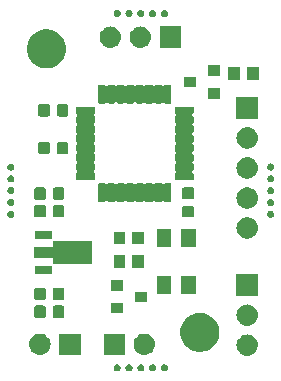
<source format=gbr>
G04 #@! TF.GenerationSoftware,KiCad,Pcbnew,5.0.2-bee76a0~70~ubuntu18.04.1*
G04 #@! TF.CreationDate,2019-07-19T10:46:57+02:00*
G04 #@! TF.ProjectId,AutoGardener_Outdoor,4175746f-4761-4726-9465-6e65725f4f75,rev?*
G04 #@! TF.SameCoordinates,Original*
G04 #@! TF.FileFunction,Soldermask,Top*
G04 #@! TF.FilePolarity,Negative*
%FSLAX46Y46*%
G04 Gerber Fmt 4.6, Leading zero omitted, Abs format (unit mm)*
G04 Created by KiCad (PCBNEW 5.0.2-bee76a0~70~ubuntu18.04.1) date Fri 19 Jul 2019 10:46:57 CEST*
%MOMM*%
%LPD*%
G01*
G04 APERTURE LIST*
%ADD10C,0.100000*%
G04 APERTURE END LIST*
D10*
G36*
X191087796Y-149710567D02*
X191142578Y-149733258D01*
X191191879Y-149766200D01*
X191233800Y-149808121D01*
X191266742Y-149857422D01*
X191289433Y-149912204D01*
X191301000Y-149970353D01*
X191301000Y-150029647D01*
X191289433Y-150087796D01*
X191266742Y-150142578D01*
X191233800Y-150191879D01*
X191191879Y-150233800D01*
X191142578Y-150266742D01*
X191087796Y-150289433D01*
X191029647Y-150301000D01*
X190970353Y-150301000D01*
X190912204Y-150289433D01*
X190857422Y-150266742D01*
X190808121Y-150233800D01*
X190766200Y-150191879D01*
X190733258Y-150142578D01*
X190710567Y-150087796D01*
X190699000Y-150029647D01*
X190699000Y-149970353D01*
X190710567Y-149912204D01*
X190733258Y-149857422D01*
X190766200Y-149808121D01*
X190808121Y-149766200D01*
X190857422Y-149733258D01*
X190912204Y-149710567D01*
X190970353Y-149699000D01*
X191029647Y-149699000D01*
X191087796Y-149710567D01*
X191087796Y-149710567D01*
G37*
G36*
X193087796Y-149710567D02*
X193142578Y-149733258D01*
X193191879Y-149766200D01*
X193233800Y-149808121D01*
X193266742Y-149857422D01*
X193289433Y-149912204D01*
X193301000Y-149970353D01*
X193301000Y-150029647D01*
X193289433Y-150087796D01*
X193266742Y-150142578D01*
X193233800Y-150191879D01*
X193191879Y-150233800D01*
X193142578Y-150266742D01*
X193087796Y-150289433D01*
X193029647Y-150301000D01*
X192970353Y-150301000D01*
X192912204Y-150289433D01*
X192857422Y-150266742D01*
X192808121Y-150233800D01*
X192766200Y-150191879D01*
X192733258Y-150142578D01*
X192710567Y-150087796D01*
X192699000Y-150029647D01*
X192699000Y-149970353D01*
X192710567Y-149912204D01*
X192733258Y-149857422D01*
X192766200Y-149808121D01*
X192808121Y-149766200D01*
X192857422Y-149733258D01*
X192912204Y-149710567D01*
X192970353Y-149699000D01*
X193029647Y-149699000D01*
X193087796Y-149710567D01*
X193087796Y-149710567D01*
G37*
G36*
X189087796Y-149710567D02*
X189142578Y-149733258D01*
X189191879Y-149766200D01*
X189233800Y-149808121D01*
X189266742Y-149857422D01*
X189289433Y-149912204D01*
X189301000Y-149970353D01*
X189301000Y-150029647D01*
X189289433Y-150087796D01*
X189266742Y-150142578D01*
X189233800Y-150191879D01*
X189191879Y-150233800D01*
X189142578Y-150266742D01*
X189087796Y-150289433D01*
X189029647Y-150301000D01*
X188970353Y-150301000D01*
X188912204Y-150289433D01*
X188857422Y-150266742D01*
X188808121Y-150233800D01*
X188766200Y-150191879D01*
X188733258Y-150142578D01*
X188710567Y-150087796D01*
X188699000Y-150029647D01*
X188699000Y-149970353D01*
X188710567Y-149912204D01*
X188733258Y-149857422D01*
X188766200Y-149808121D01*
X188808121Y-149766200D01*
X188857422Y-149733258D01*
X188912204Y-149710567D01*
X188970353Y-149699000D01*
X189029647Y-149699000D01*
X189087796Y-149710567D01*
X189087796Y-149710567D01*
G37*
G36*
X192087796Y-149710567D02*
X192142578Y-149733258D01*
X192191879Y-149766200D01*
X192233800Y-149808121D01*
X192266742Y-149857422D01*
X192289433Y-149912204D01*
X192301000Y-149970353D01*
X192301000Y-150029647D01*
X192289433Y-150087796D01*
X192266742Y-150142578D01*
X192233800Y-150191879D01*
X192191879Y-150233800D01*
X192142578Y-150266742D01*
X192087796Y-150289433D01*
X192029647Y-150301000D01*
X191970353Y-150301000D01*
X191912204Y-150289433D01*
X191857422Y-150266742D01*
X191808121Y-150233800D01*
X191766200Y-150191879D01*
X191733258Y-150142578D01*
X191710567Y-150087796D01*
X191699000Y-150029647D01*
X191699000Y-149970353D01*
X191710567Y-149912204D01*
X191733258Y-149857422D01*
X191766200Y-149808121D01*
X191808121Y-149766200D01*
X191857422Y-149733258D01*
X191912204Y-149710567D01*
X191970353Y-149699000D01*
X192029647Y-149699000D01*
X192087796Y-149710567D01*
X192087796Y-149710567D01*
G37*
G36*
X190087796Y-149710567D02*
X190142578Y-149733258D01*
X190191879Y-149766200D01*
X190233800Y-149808121D01*
X190266742Y-149857422D01*
X190289433Y-149912204D01*
X190301000Y-149970353D01*
X190301000Y-150029647D01*
X190289433Y-150087796D01*
X190266742Y-150142578D01*
X190233800Y-150191879D01*
X190191879Y-150233800D01*
X190142578Y-150266742D01*
X190087796Y-150289433D01*
X190029647Y-150301000D01*
X189970353Y-150301000D01*
X189912204Y-150289433D01*
X189857422Y-150266742D01*
X189808121Y-150233800D01*
X189766200Y-150191879D01*
X189733258Y-150142578D01*
X189710567Y-150087796D01*
X189699000Y-150029647D01*
X189699000Y-149970353D01*
X189710567Y-149912204D01*
X189733258Y-149857422D01*
X189766200Y-149808121D01*
X189808121Y-149766200D01*
X189857422Y-149733258D01*
X189912204Y-149710567D01*
X189970353Y-149699000D01*
X190029647Y-149699000D01*
X190087796Y-149710567D01*
X190087796Y-149710567D01*
G37*
G36*
X200110442Y-147185518D02*
X200176627Y-147192037D01*
X200289853Y-147226384D01*
X200346467Y-147243557D01*
X200485087Y-147317652D01*
X200502991Y-147327222D01*
X200538729Y-147356552D01*
X200640186Y-147439814D01*
X200723448Y-147541271D01*
X200752778Y-147577009D01*
X200752779Y-147577011D01*
X200836443Y-147733533D01*
X200836443Y-147733534D01*
X200887963Y-147903373D01*
X200905359Y-148080000D01*
X200887963Y-148256627D01*
X200880140Y-148282415D01*
X200836443Y-148426467D01*
X200795539Y-148502991D01*
X200752778Y-148582991D01*
X200723448Y-148618729D01*
X200640186Y-148720186D01*
X200538729Y-148803448D01*
X200502991Y-148832778D01*
X200502989Y-148832779D01*
X200346467Y-148916443D01*
X200289853Y-148933616D01*
X200176627Y-148967963D01*
X200110443Y-148974481D01*
X200044260Y-148981000D01*
X199955740Y-148981000D01*
X199889557Y-148974481D01*
X199823373Y-148967963D01*
X199710147Y-148933616D01*
X199653533Y-148916443D01*
X199497011Y-148832779D01*
X199497009Y-148832778D01*
X199461271Y-148803448D01*
X199359814Y-148720186D01*
X199276552Y-148618729D01*
X199247222Y-148582991D01*
X199204461Y-148502991D01*
X199163557Y-148426467D01*
X199119860Y-148282415D01*
X199112037Y-148256627D01*
X199094641Y-148080000D01*
X199112037Y-147903373D01*
X199163557Y-147733534D01*
X199163557Y-147733533D01*
X199247221Y-147577011D01*
X199247222Y-147577009D01*
X199276552Y-147541271D01*
X199359814Y-147439814D01*
X199461271Y-147356552D01*
X199497009Y-147327222D01*
X199514913Y-147317652D01*
X199653533Y-147243557D01*
X199710147Y-147226384D01*
X199823373Y-147192037D01*
X199889558Y-147185518D01*
X199955740Y-147179000D01*
X200044260Y-147179000D01*
X200110442Y-147185518D01*
X200110442Y-147185518D01*
G37*
G36*
X189651000Y-148901000D02*
X187849000Y-148901000D01*
X187849000Y-147099000D01*
X189651000Y-147099000D01*
X189651000Y-148901000D01*
X189651000Y-148901000D01*
G37*
G36*
X182570442Y-147105518D02*
X182636627Y-147112037D01*
X182749853Y-147146384D01*
X182806467Y-147163557D01*
X182945087Y-147237652D01*
X182962991Y-147247222D01*
X182998729Y-147276552D01*
X183100186Y-147359814D01*
X183165839Y-147439814D01*
X183212778Y-147497009D01*
X183212779Y-147497011D01*
X183296443Y-147653533D01*
X183296443Y-147653534D01*
X183347963Y-147823373D01*
X183365359Y-148000000D01*
X183347963Y-148176627D01*
X183323696Y-148256625D01*
X183296443Y-148346467D01*
X183222348Y-148485087D01*
X183212778Y-148502991D01*
X183183448Y-148538729D01*
X183100186Y-148640186D01*
X183002705Y-148720185D01*
X182962991Y-148752778D01*
X182962989Y-148752779D01*
X182806467Y-148836443D01*
X182749853Y-148853616D01*
X182636627Y-148887963D01*
X182570443Y-148894481D01*
X182504260Y-148901000D01*
X182415740Y-148901000D01*
X182349557Y-148894481D01*
X182283373Y-148887963D01*
X182170147Y-148853616D01*
X182113533Y-148836443D01*
X181957011Y-148752779D01*
X181957009Y-148752778D01*
X181917295Y-148720185D01*
X181819814Y-148640186D01*
X181736552Y-148538729D01*
X181707222Y-148502991D01*
X181697652Y-148485087D01*
X181623557Y-148346467D01*
X181596304Y-148256625D01*
X181572037Y-148176627D01*
X181554641Y-148000000D01*
X181572037Y-147823373D01*
X181623557Y-147653534D01*
X181623557Y-147653533D01*
X181707221Y-147497011D01*
X181707222Y-147497009D01*
X181754161Y-147439814D01*
X181819814Y-147359814D01*
X181921271Y-147276552D01*
X181957009Y-147247222D01*
X181974913Y-147237652D01*
X182113533Y-147163557D01*
X182170147Y-147146384D01*
X182283373Y-147112037D01*
X182349558Y-147105518D01*
X182415740Y-147099000D01*
X182504260Y-147099000D01*
X182570442Y-147105518D01*
X182570442Y-147105518D01*
G37*
G36*
X185901000Y-148901000D02*
X184099000Y-148901000D01*
X184099000Y-147099000D01*
X185901000Y-147099000D01*
X185901000Y-148901000D01*
X185901000Y-148901000D01*
G37*
G36*
X191400442Y-147105518D02*
X191466627Y-147112037D01*
X191579853Y-147146384D01*
X191636467Y-147163557D01*
X191775087Y-147237652D01*
X191792991Y-147247222D01*
X191828729Y-147276552D01*
X191930186Y-147359814D01*
X191995839Y-147439814D01*
X192042778Y-147497009D01*
X192042779Y-147497011D01*
X192126443Y-147653533D01*
X192126443Y-147653534D01*
X192177963Y-147823373D01*
X192195359Y-148000000D01*
X192177963Y-148176627D01*
X192153696Y-148256625D01*
X192126443Y-148346467D01*
X192052348Y-148485087D01*
X192042778Y-148502991D01*
X192013448Y-148538729D01*
X191930186Y-148640186D01*
X191832705Y-148720185D01*
X191792991Y-148752778D01*
X191792989Y-148752779D01*
X191636467Y-148836443D01*
X191579853Y-148853616D01*
X191466627Y-148887963D01*
X191400443Y-148894481D01*
X191334260Y-148901000D01*
X191245740Y-148901000D01*
X191179557Y-148894481D01*
X191113373Y-148887963D01*
X191000147Y-148853616D01*
X190943533Y-148836443D01*
X190787011Y-148752779D01*
X190787009Y-148752778D01*
X190747295Y-148720185D01*
X190649814Y-148640186D01*
X190566552Y-148538729D01*
X190537222Y-148502991D01*
X190527652Y-148485087D01*
X190453557Y-148346467D01*
X190426304Y-148256625D01*
X190402037Y-148176627D01*
X190384641Y-148000000D01*
X190402037Y-147823373D01*
X190453557Y-147653534D01*
X190453557Y-147653533D01*
X190537221Y-147497011D01*
X190537222Y-147497009D01*
X190584161Y-147439814D01*
X190649814Y-147359814D01*
X190751271Y-147276552D01*
X190787009Y-147247222D01*
X190804913Y-147237652D01*
X190943533Y-147163557D01*
X191000147Y-147146384D01*
X191113373Y-147112037D01*
X191179558Y-147105518D01*
X191245740Y-147099000D01*
X191334260Y-147099000D01*
X191400442Y-147105518D01*
X191400442Y-147105518D01*
G37*
G36*
X196375256Y-145391298D02*
X196481579Y-145412447D01*
X196782042Y-145536903D01*
X196977416Y-145667448D01*
X197052454Y-145717587D01*
X197282413Y-145947546D01*
X197463098Y-146217960D01*
X197587553Y-146518422D01*
X197651000Y-146837389D01*
X197651000Y-147162611D01*
X197611774Y-147359814D01*
X197587553Y-147481579D01*
X197463097Y-147782042D01*
X197317462Y-148000000D01*
X197282413Y-148052454D01*
X197052454Y-148282413D01*
X197052451Y-148282415D01*
X196782042Y-148463097D01*
X196481579Y-148587553D01*
X196375256Y-148608702D01*
X196162611Y-148651000D01*
X195837389Y-148651000D01*
X195624744Y-148608702D01*
X195518421Y-148587553D01*
X195217958Y-148463097D01*
X194947549Y-148282415D01*
X194947546Y-148282413D01*
X194717587Y-148052454D01*
X194682538Y-148000000D01*
X194536903Y-147782042D01*
X194412447Y-147481579D01*
X194388226Y-147359814D01*
X194349000Y-147162611D01*
X194349000Y-146837389D01*
X194412447Y-146518422D01*
X194536902Y-146217960D01*
X194717587Y-145947546D01*
X194947546Y-145717587D01*
X195022584Y-145667448D01*
X195217958Y-145536903D01*
X195518421Y-145412447D01*
X195624744Y-145391298D01*
X195837389Y-145349000D01*
X196162611Y-145349000D01*
X196375256Y-145391298D01*
X196375256Y-145391298D01*
G37*
G36*
X200110442Y-144645518D02*
X200176627Y-144652037D01*
X200289853Y-144686384D01*
X200346467Y-144703557D01*
X200419495Y-144742592D01*
X200502991Y-144787222D01*
X200513125Y-144795539D01*
X200640186Y-144899814D01*
X200696349Y-144968250D01*
X200752778Y-145037009D01*
X200752779Y-145037011D01*
X200836443Y-145193533D01*
X200836443Y-145193534D01*
X200887963Y-145363373D01*
X200905359Y-145540000D01*
X200887963Y-145716627D01*
X200869952Y-145776000D01*
X200836443Y-145886467D01*
X200762348Y-146025087D01*
X200752778Y-146042991D01*
X200723448Y-146078729D01*
X200640186Y-146180186D01*
X200538729Y-146263448D01*
X200502991Y-146292778D01*
X200502989Y-146292779D01*
X200346467Y-146376443D01*
X200289853Y-146393616D01*
X200176627Y-146427963D01*
X200110442Y-146434482D01*
X200044260Y-146441000D01*
X199955740Y-146441000D01*
X199889558Y-146434482D01*
X199823373Y-146427963D01*
X199710147Y-146393616D01*
X199653533Y-146376443D01*
X199497011Y-146292779D01*
X199497009Y-146292778D01*
X199461271Y-146263448D01*
X199359814Y-146180186D01*
X199276552Y-146078729D01*
X199247222Y-146042991D01*
X199237652Y-146025087D01*
X199163557Y-145886467D01*
X199130048Y-145776000D01*
X199112037Y-145716627D01*
X199094641Y-145540000D01*
X199112037Y-145363373D01*
X199163557Y-145193534D01*
X199163557Y-145193533D01*
X199247221Y-145037011D01*
X199247222Y-145037009D01*
X199303651Y-144968250D01*
X199359814Y-144899814D01*
X199486875Y-144795539D01*
X199497009Y-144787222D01*
X199580505Y-144742592D01*
X199653533Y-144703557D01*
X199710147Y-144686384D01*
X199823373Y-144652037D01*
X199889558Y-144645518D01*
X199955740Y-144639000D01*
X200044260Y-144639000D01*
X200110442Y-144645518D01*
X200110442Y-144645518D01*
G37*
G36*
X184379591Y-144728085D02*
X184413569Y-144738393D01*
X184444887Y-144755133D01*
X184472339Y-144777661D01*
X184494867Y-144805113D01*
X184511607Y-144836431D01*
X184521915Y-144870409D01*
X184526000Y-144911890D01*
X184526000Y-145588110D01*
X184521915Y-145629591D01*
X184511607Y-145663569D01*
X184494867Y-145694887D01*
X184472339Y-145722339D01*
X184444887Y-145744867D01*
X184413569Y-145761607D01*
X184379591Y-145771915D01*
X184338110Y-145776000D01*
X183736890Y-145776000D01*
X183695409Y-145771915D01*
X183661431Y-145761607D01*
X183630113Y-145744867D01*
X183602661Y-145722339D01*
X183580133Y-145694887D01*
X183563393Y-145663569D01*
X183553085Y-145629591D01*
X183549000Y-145588110D01*
X183549000Y-144911890D01*
X183553085Y-144870409D01*
X183563393Y-144836431D01*
X183580133Y-144805113D01*
X183602661Y-144777661D01*
X183630113Y-144755133D01*
X183661431Y-144738393D01*
X183695409Y-144728085D01*
X183736890Y-144724000D01*
X184338110Y-144724000D01*
X184379591Y-144728085D01*
X184379591Y-144728085D01*
G37*
G36*
X182804591Y-144728085D02*
X182838569Y-144738393D01*
X182869887Y-144755133D01*
X182897339Y-144777661D01*
X182919867Y-144805113D01*
X182936607Y-144836431D01*
X182946915Y-144870409D01*
X182951000Y-144911890D01*
X182951000Y-145588110D01*
X182946915Y-145629591D01*
X182936607Y-145663569D01*
X182919867Y-145694887D01*
X182897339Y-145722339D01*
X182869887Y-145744867D01*
X182838569Y-145761607D01*
X182804591Y-145771915D01*
X182763110Y-145776000D01*
X182161890Y-145776000D01*
X182120409Y-145771915D01*
X182086431Y-145761607D01*
X182055113Y-145744867D01*
X182027661Y-145722339D01*
X182005133Y-145694887D01*
X181988393Y-145663569D01*
X181978085Y-145629591D01*
X181974000Y-145588110D01*
X181974000Y-144911890D01*
X181978085Y-144870409D01*
X181988393Y-144836431D01*
X182005133Y-144805113D01*
X182027661Y-144777661D01*
X182055113Y-144755133D01*
X182086431Y-144738393D01*
X182120409Y-144728085D01*
X182161890Y-144724000D01*
X182763110Y-144724000D01*
X182804591Y-144728085D01*
X182804591Y-144728085D01*
G37*
G36*
X189501000Y-145401000D02*
X188499000Y-145401000D01*
X188499000Y-144499000D01*
X189501000Y-144499000D01*
X189501000Y-145401000D01*
X189501000Y-145401000D01*
G37*
G36*
X191501000Y-144451000D02*
X190499000Y-144451000D01*
X190499000Y-143549000D01*
X191501000Y-143549000D01*
X191501000Y-144451000D01*
X191501000Y-144451000D01*
G37*
G36*
X182804591Y-143228085D02*
X182838569Y-143238393D01*
X182869887Y-143255133D01*
X182897339Y-143277661D01*
X182919867Y-143305113D01*
X182936607Y-143336431D01*
X182946915Y-143370409D01*
X182951000Y-143411890D01*
X182951000Y-144088110D01*
X182946915Y-144129591D01*
X182936607Y-144163569D01*
X182919867Y-144194887D01*
X182897339Y-144222339D01*
X182869887Y-144244867D01*
X182838569Y-144261607D01*
X182804591Y-144271915D01*
X182763110Y-144276000D01*
X182161890Y-144276000D01*
X182120409Y-144271915D01*
X182086431Y-144261607D01*
X182055113Y-144244867D01*
X182027661Y-144222339D01*
X182005133Y-144194887D01*
X181988393Y-144163569D01*
X181978085Y-144129591D01*
X181974000Y-144088110D01*
X181974000Y-143411890D01*
X181978085Y-143370409D01*
X181988393Y-143336431D01*
X182005133Y-143305113D01*
X182027661Y-143277661D01*
X182055113Y-143255133D01*
X182086431Y-143238393D01*
X182120409Y-143228085D01*
X182161890Y-143224000D01*
X182763110Y-143224000D01*
X182804591Y-143228085D01*
X182804591Y-143228085D01*
G37*
G36*
X184379591Y-143228085D02*
X184413569Y-143238393D01*
X184444887Y-143255133D01*
X184472339Y-143277661D01*
X184494867Y-143305113D01*
X184511607Y-143336431D01*
X184521915Y-143370409D01*
X184526000Y-143411890D01*
X184526000Y-144088110D01*
X184521915Y-144129591D01*
X184511607Y-144163569D01*
X184494867Y-144194887D01*
X184472339Y-144222339D01*
X184444887Y-144244867D01*
X184413569Y-144261607D01*
X184379591Y-144271915D01*
X184338110Y-144276000D01*
X183736890Y-144276000D01*
X183695409Y-144271915D01*
X183661431Y-144261607D01*
X183630113Y-144244867D01*
X183602661Y-144222339D01*
X183580133Y-144194887D01*
X183563393Y-144163569D01*
X183553085Y-144129591D01*
X183549000Y-144088110D01*
X183549000Y-143411890D01*
X183553085Y-143370409D01*
X183563393Y-143336431D01*
X183580133Y-143305113D01*
X183602661Y-143277661D01*
X183630113Y-143255133D01*
X183661431Y-143238393D01*
X183695409Y-143228085D01*
X183736890Y-143224000D01*
X184338110Y-143224000D01*
X184379591Y-143228085D01*
X184379591Y-143228085D01*
G37*
G36*
X200901000Y-143901000D02*
X199099000Y-143901000D01*
X199099000Y-142099000D01*
X200901000Y-142099000D01*
X200901000Y-143901000D01*
X200901000Y-143901000D01*
G37*
G36*
X193601000Y-143751000D02*
X192349000Y-143751000D01*
X192349000Y-142249000D01*
X193601000Y-142249000D01*
X193601000Y-143751000D01*
X193601000Y-143751000D01*
G37*
G36*
X195651000Y-143751000D02*
X194399000Y-143751000D01*
X194399000Y-142249000D01*
X195651000Y-142249000D01*
X195651000Y-143751000D01*
X195651000Y-143751000D01*
G37*
G36*
X189501000Y-143501000D02*
X188499000Y-143501000D01*
X188499000Y-142599000D01*
X189501000Y-142599000D01*
X189501000Y-143501000D01*
X189501000Y-143501000D01*
G37*
G36*
X183451000Y-142076000D02*
X182049000Y-142076000D01*
X182049000Y-141424000D01*
X183451000Y-141424000D01*
X183451000Y-142076000D01*
X183451000Y-142076000D01*
G37*
G36*
X191276000Y-141526000D02*
X190299000Y-141526000D01*
X190299000Y-140474000D01*
X191276000Y-140474000D01*
X191276000Y-141526000D01*
X191276000Y-141526000D01*
G37*
G36*
X189701000Y-141526000D02*
X188724000Y-141526000D01*
X188724000Y-140474000D01*
X189701000Y-140474000D01*
X189701000Y-141526000D01*
X189701000Y-141526000D01*
G37*
G36*
X186901000Y-141226000D02*
X183599000Y-141226000D01*
X183599000Y-140826000D01*
X183596598Y-140801614D01*
X183589485Y-140778165D01*
X183577934Y-140756554D01*
X183562388Y-140737612D01*
X183543446Y-140722066D01*
X183521835Y-140710515D01*
X183498386Y-140703402D01*
X183474000Y-140701000D01*
X181999000Y-140701000D01*
X181999000Y-139799000D01*
X183474000Y-139799000D01*
X183498386Y-139796598D01*
X183521835Y-139789485D01*
X183543446Y-139777934D01*
X183562388Y-139762388D01*
X183577934Y-139743446D01*
X183589485Y-139721835D01*
X183596598Y-139698386D01*
X183599000Y-139674000D01*
X183599000Y-139274000D01*
X186901000Y-139274000D01*
X186901000Y-141226000D01*
X186901000Y-141226000D01*
G37*
G36*
X193601000Y-139751000D02*
X192349000Y-139751000D01*
X192349000Y-138249000D01*
X193601000Y-138249000D01*
X193601000Y-139751000D01*
X193601000Y-139751000D01*
G37*
G36*
X195651000Y-139751000D02*
X194399000Y-139751000D01*
X194399000Y-138249000D01*
X195651000Y-138249000D01*
X195651000Y-139751000D01*
X195651000Y-139751000D01*
G37*
G36*
X191276000Y-139526000D02*
X190299000Y-139526000D01*
X190299000Y-138474000D01*
X191276000Y-138474000D01*
X191276000Y-139526000D01*
X191276000Y-139526000D01*
G37*
G36*
X189701000Y-139526000D02*
X188724000Y-139526000D01*
X188724000Y-138474000D01*
X189701000Y-138474000D01*
X189701000Y-139526000D01*
X189701000Y-139526000D01*
G37*
G36*
X183451000Y-139076000D02*
X182049000Y-139076000D01*
X182049000Y-138424000D01*
X183451000Y-138424000D01*
X183451000Y-139076000D01*
X183451000Y-139076000D01*
G37*
G36*
X200110443Y-137265519D02*
X200176627Y-137272037D01*
X200272105Y-137301000D01*
X200346467Y-137323557D01*
X200485087Y-137397652D01*
X200502991Y-137407222D01*
X200538729Y-137436552D01*
X200640186Y-137519814D01*
X200723448Y-137621271D01*
X200752778Y-137657009D01*
X200752779Y-137657011D01*
X200836443Y-137813533D01*
X200836443Y-137813534D01*
X200887963Y-137983373D01*
X200905359Y-138160000D01*
X200887963Y-138336627D01*
X200861459Y-138424000D01*
X200836443Y-138506467D01*
X200762348Y-138645087D01*
X200752778Y-138662991D01*
X200723448Y-138698729D01*
X200640186Y-138800186D01*
X200538729Y-138883448D01*
X200502991Y-138912778D01*
X200502989Y-138912779D01*
X200346467Y-138996443D01*
X200289853Y-139013616D01*
X200176627Y-139047963D01*
X200110443Y-139054481D01*
X200044260Y-139061000D01*
X199955740Y-139061000D01*
X199889557Y-139054481D01*
X199823373Y-139047963D01*
X199710147Y-139013616D01*
X199653533Y-138996443D01*
X199497011Y-138912779D01*
X199497009Y-138912778D01*
X199461271Y-138883448D01*
X199359814Y-138800186D01*
X199276552Y-138698729D01*
X199247222Y-138662991D01*
X199237652Y-138645087D01*
X199163557Y-138506467D01*
X199138541Y-138424000D01*
X199112037Y-138336627D01*
X199094641Y-138160000D01*
X199112037Y-137983373D01*
X199163557Y-137813534D01*
X199163557Y-137813533D01*
X199247221Y-137657011D01*
X199247222Y-137657009D01*
X199276552Y-137621271D01*
X199359814Y-137519814D01*
X199461271Y-137436552D01*
X199497009Y-137407222D01*
X199514913Y-137397652D01*
X199653533Y-137323557D01*
X199727895Y-137301000D01*
X199823373Y-137272037D01*
X199889557Y-137265519D01*
X199955740Y-137259000D01*
X200044260Y-137259000D01*
X200110443Y-137265519D01*
X200110443Y-137265519D01*
G37*
G36*
X180087796Y-136710567D02*
X180142578Y-136733258D01*
X180191879Y-136766200D01*
X180233800Y-136808121D01*
X180266742Y-136857422D01*
X180289433Y-136912204D01*
X180301000Y-136970353D01*
X180301000Y-137029647D01*
X180289433Y-137087796D01*
X180266742Y-137142578D01*
X180233800Y-137191879D01*
X180191879Y-137233800D01*
X180142578Y-137266742D01*
X180087796Y-137289433D01*
X180029647Y-137301000D01*
X179970353Y-137301000D01*
X179912204Y-137289433D01*
X179857422Y-137266742D01*
X179808121Y-137233800D01*
X179766200Y-137191879D01*
X179733258Y-137142578D01*
X179710567Y-137087796D01*
X179699000Y-137029647D01*
X179699000Y-136970353D01*
X179710567Y-136912204D01*
X179733258Y-136857422D01*
X179766200Y-136808121D01*
X179808121Y-136766200D01*
X179857422Y-136733258D01*
X179912204Y-136710567D01*
X179970353Y-136699000D01*
X180029647Y-136699000D01*
X180087796Y-136710567D01*
X180087796Y-136710567D01*
G37*
G36*
X202087796Y-136710567D02*
X202142578Y-136733258D01*
X202191879Y-136766200D01*
X202233800Y-136808121D01*
X202266742Y-136857422D01*
X202289433Y-136912204D01*
X202301000Y-136970353D01*
X202301000Y-137029647D01*
X202289433Y-137087796D01*
X202266742Y-137142578D01*
X202233800Y-137191879D01*
X202191879Y-137233800D01*
X202142578Y-137266742D01*
X202087796Y-137289433D01*
X202029647Y-137301000D01*
X201970353Y-137301000D01*
X201912204Y-137289433D01*
X201857422Y-137266742D01*
X201808121Y-137233800D01*
X201766200Y-137191879D01*
X201733258Y-137142578D01*
X201710567Y-137087796D01*
X201699000Y-137029647D01*
X201699000Y-136970353D01*
X201710567Y-136912204D01*
X201733258Y-136857422D01*
X201766200Y-136808121D01*
X201808121Y-136766200D01*
X201857422Y-136733258D01*
X201912204Y-136710567D01*
X201970353Y-136699000D01*
X202029647Y-136699000D01*
X202087796Y-136710567D01*
X202087796Y-136710567D01*
G37*
G36*
X182804591Y-136228085D02*
X182838569Y-136238393D01*
X182869887Y-136255133D01*
X182897339Y-136277661D01*
X182919867Y-136305113D01*
X182936607Y-136336431D01*
X182946915Y-136370409D01*
X182951000Y-136411890D01*
X182951000Y-137088110D01*
X182946915Y-137129591D01*
X182936607Y-137163569D01*
X182919867Y-137194887D01*
X182897339Y-137222339D01*
X182869887Y-137244867D01*
X182838569Y-137261607D01*
X182804591Y-137271915D01*
X182763110Y-137276000D01*
X182161890Y-137276000D01*
X182120409Y-137271915D01*
X182086431Y-137261607D01*
X182055113Y-137244867D01*
X182027661Y-137222339D01*
X182005133Y-137194887D01*
X181988393Y-137163569D01*
X181978085Y-137129591D01*
X181974000Y-137088110D01*
X181974000Y-136411890D01*
X181978085Y-136370409D01*
X181988393Y-136336431D01*
X182005133Y-136305113D01*
X182027661Y-136277661D01*
X182055113Y-136255133D01*
X182086431Y-136238393D01*
X182120409Y-136228085D01*
X182161890Y-136224000D01*
X182763110Y-136224000D01*
X182804591Y-136228085D01*
X182804591Y-136228085D01*
G37*
G36*
X195379591Y-136303085D02*
X195413569Y-136313393D01*
X195444887Y-136330133D01*
X195472339Y-136352661D01*
X195494867Y-136380113D01*
X195511607Y-136411431D01*
X195521915Y-136445409D01*
X195526000Y-136486890D01*
X195526000Y-137088110D01*
X195521915Y-137129591D01*
X195511607Y-137163569D01*
X195494867Y-137194887D01*
X195472339Y-137222339D01*
X195444887Y-137244867D01*
X195413569Y-137261607D01*
X195379591Y-137271915D01*
X195338110Y-137276000D01*
X194661890Y-137276000D01*
X194620409Y-137271915D01*
X194586431Y-137261607D01*
X194555113Y-137244867D01*
X194527661Y-137222339D01*
X194505133Y-137194887D01*
X194488393Y-137163569D01*
X194478085Y-137129591D01*
X194474000Y-137088110D01*
X194474000Y-136486890D01*
X194478085Y-136445409D01*
X194488393Y-136411431D01*
X194505133Y-136380113D01*
X194527661Y-136352661D01*
X194555113Y-136330133D01*
X194586431Y-136313393D01*
X194620409Y-136303085D01*
X194661890Y-136299000D01*
X195338110Y-136299000D01*
X195379591Y-136303085D01*
X195379591Y-136303085D01*
G37*
G36*
X184379591Y-136228085D02*
X184413569Y-136238393D01*
X184444887Y-136255133D01*
X184472339Y-136277661D01*
X184494867Y-136305113D01*
X184511607Y-136336431D01*
X184521915Y-136370409D01*
X184526000Y-136411890D01*
X184526000Y-137088110D01*
X184521915Y-137129591D01*
X184511607Y-137163569D01*
X184494867Y-137194887D01*
X184472339Y-137222339D01*
X184444887Y-137244867D01*
X184413569Y-137261607D01*
X184379591Y-137271915D01*
X184338110Y-137276000D01*
X183736890Y-137276000D01*
X183695409Y-137271915D01*
X183661431Y-137261607D01*
X183630113Y-137244867D01*
X183602661Y-137222339D01*
X183580133Y-137194887D01*
X183563393Y-137163569D01*
X183553085Y-137129591D01*
X183549000Y-137088110D01*
X183549000Y-136411890D01*
X183553085Y-136370409D01*
X183563393Y-136336431D01*
X183580133Y-136305113D01*
X183602661Y-136277661D01*
X183630113Y-136255133D01*
X183661431Y-136238393D01*
X183695409Y-136228085D01*
X183736890Y-136224000D01*
X184338110Y-136224000D01*
X184379591Y-136228085D01*
X184379591Y-136228085D01*
G37*
G36*
X200095025Y-134724000D02*
X200176627Y-134732037D01*
X200252764Y-134755133D01*
X200346467Y-134783557D01*
X200445386Y-134836431D01*
X200502991Y-134867222D01*
X200506874Y-134870409D01*
X200640186Y-134979814D01*
X200723448Y-135081271D01*
X200752778Y-135117009D01*
X200752779Y-135117011D01*
X200836443Y-135273533D01*
X200836443Y-135273534D01*
X200887963Y-135443373D01*
X200905359Y-135620000D01*
X200887963Y-135796627D01*
X200859276Y-135891194D01*
X200836443Y-135966467D01*
X200802672Y-136029647D01*
X200752778Y-136122991D01*
X200736704Y-136142577D01*
X200640186Y-136260186D01*
X200554954Y-136330133D01*
X200502991Y-136372778D01*
X200489268Y-136380113D01*
X200346467Y-136456443D01*
X200289853Y-136473616D01*
X200176627Y-136507963D01*
X200110443Y-136514481D01*
X200044260Y-136521000D01*
X199955740Y-136521000D01*
X199889557Y-136514481D01*
X199823373Y-136507963D01*
X199710147Y-136473616D01*
X199653533Y-136456443D01*
X199510732Y-136380113D01*
X199497009Y-136372778D01*
X199445046Y-136330133D01*
X199359814Y-136260186D01*
X199263296Y-136142577D01*
X199247222Y-136122991D01*
X199197328Y-136029647D01*
X199163557Y-135966467D01*
X199140724Y-135891194D01*
X199112037Y-135796627D01*
X199094641Y-135620000D01*
X199112037Y-135443373D01*
X199163557Y-135273534D01*
X199163557Y-135273533D01*
X199247221Y-135117011D01*
X199247222Y-135117009D01*
X199276552Y-135081271D01*
X199359814Y-134979814D01*
X199493126Y-134870409D01*
X199497009Y-134867222D01*
X199554614Y-134836431D01*
X199653533Y-134783557D01*
X199747236Y-134755133D01*
X199823373Y-134732037D01*
X199904975Y-134724000D01*
X199955740Y-134719000D01*
X200044260Y-134719000D01*
X200095025Y-134724000D01*
X200095025Y-134724000D01*
G37*
G36*
X180087796Y-135710567D02*
X180142578Y-135733258D01*
X180191879Y-135766200D01*
X180233800Y-135808121D01*
X180266742Y-135857422D01*
X180289433Y-135912204D01*
X180301000Y-135970353D01*
X180301000Y-136029647D01*
X180289433Y-136087796D01*
X180266742Y-136142578D01*
X180233800Y-136191879D01*
X180191879Y-136233800D01*
X180142578Y-136266742D01*
X180087796Y-136289433D01*
X180029647Y-136301000D01*
X179970353Y-136301000D01*
X179912204Y-136289433D01*
X179857422Y-136266742D01*
X179808121Y-136233800D01*
X179766200Y-136191879D01*
X179733258Y-136142578D01*
X179710567Y-136087796D01*
X179699000Y-136029647D01*
X179699000Y-135970353D01*
X179710567Y-135912204D01*
X179733258Y-135857422D01*
X179766200Y-135808121D01*
X179808121Y-135766200D01*
X179857422Y-135733258D01*
X179912204Y-135710567D01*
X179970353Y-135699000D01*
X180029647Y-135699000D01*
X180087796Y-135710567D01*
X180087796Y-135710567D01*
G37*
G36*
X202087796Y-135710567D02*
X202142578Y-135733258D01*
X202191879Y-135766200D01*
X202233800Y-135808121D01*
X202266742Y-135857422D01*
X202289433Y-135912204D01*
X202301000Y-135970353D01*
X202301000Y-136029647D01*
X202289433Y-136087796D01*
X202266742Y-136142578D01*
X202233800Y-136191879D01*
X202191879Y-136233800D01*
X202142578Y-136266742D01*
X202087796Y-136289433D01*
X202029647Y-136301000D01*
X201970353Y-136301000D01*
X201912204Y-136289433D01*
X201857422Y-136266742D01*
X201808121Y-136233800D01*
X201766200Y-136191879D01*
X201733258Y-136142578D01*
X201710567Y-136087796D01*
X201699000Y-136029647D01*
X201699000Y-135970353D01*
X201710567Y-135912204D01*
X201733258Y-135857422D01*
X201766200Y-135808121D01*
X201808121Y-135766200D01*
X201857422Y-135733258D01*
X201912204Y-135710567D01*
X201970353Y-135699000D01*
X202029647Y-135699000D01*
X202087796Y-135710567D01*
X202087796Y-135710567D01*
G37*
G36*
X187930048Y-134376284D02*
X187946446Y-134381258D01*
X187961552Y-134389333D01*
X187974797Y-134400203D01*
X187985667Y-134413448D01*
X187989760Y-134421105D01*
X188003374Y-134441479D01*
X188020701Y-134458806D01*
X188041075Y-134472420D01*
X188063714Y-134481798D01*
X188087748Y-134486578D01*
X188112252Y-134486578D01*
X188136286Y-134481798D01*
X188158925Y-134472420D01*
X188179299Y-134458806D01*
X188196626Y-134441479D01*
X188210240Y-134421105D01*
X188214333Y-134413448D01*
X188225203Y-134400203D01*
X188238448Y-134389333D01*
X188253554Y-134381258D01*
X188269952Y-134376284D01*
X188293141Y-134374000D01*
X188706859Y-134374000D01*
X188730048Y-134376284D01*
X188746446Y-134381258D01*
X188761552Y-134389333D01*
X188774797Y-134400203D01*
X188785667Y-134413448D01*
X188789760Y-134421105D01*
X188803374Y-134441479D01*
X188820701Y-134458806D01*
X188841075Y-134472420D01*
X188863714Y-134481798D01*
X188887748Y-134486578D01*
X188912252Y-134486578D01*
X188936286Y-134481798D01*
X188958925Y-134472420D01*
X188979299Y-134458806D01*
X188996626Y-134441479D01*
X189010240Y-134421105D01*
X189014333Y-134413448D01*
X189025203Y-134400203D01*
X189038448Y-134389333D01*
X189053554Y-134381258D01*
X189069952Y-134376284D01*
X189093141Y-134374000D01*
X189506859Y-134374000D01*
X189530048Y-134376284D01*
X189546446Y-134381258D01*
X189561552Y-134389333D01*
X189574797Y-134400203D01*
X189585667Y-134413448D01*
X189589760Y-134421105D01*
X189603374Y-134441479D01*
X189620701Y-134458806D01*
X189641075Y-134472420D01*
X189663714Y-134481798D01*
X189687748Y-134486578D01*
X189712252Y-134486578D01*
X189736286Y-134481798D01*
X189758925Y-134472420D01*
X189779299Y-134458806D01*
X189796626Y-134441479D01*
X189810240Y-134421105D01*
X189814333Y-134413448D01*
X189825203Y-134400203D01*
X189838448Y-134389333D01*
X189853554Y-134381258D01*
X189869952Y-134376284D01*
X189893141Y-134374000D01*
X190306859Y-134374000D01*
X190330048Y-134376284D01*
X190346446Y-134381258D01*
X190361552Y-134389333D01*
X190374797Y-134400203D01*
X190385667Y-134413448D01*
X190389760Y-134421105D01*
X190403374Y-134441479D01*
X190420701Y-134458806D01*
X190441075Y-134472420D01*
X190463714Y-134481798D01*
X190487748Y-134486578D01*
X190512252Y-134486578D01*
X190536286Y-134481798D01*
X190558925Y-134472420D01*
X190579299Y-134458806D01*
X190596626Y-134441479D01*
X190610240Y-134421105D01*
X190614333Y-134413448D01*
X190625203Y-134400203D01*
X190638448Y-134389333D01*
X190653554Y-134381258D01*
X190669952Y-134376284D01*
X190693141Y-134374000D01*
X191106859Y-134374000D01*
X191130048Y-134376284D01*
X191146446Y-134381258D01*
X191161552Y-134389333D01*
X191174797Y-134400203D01*
X191185667Y-134413448D01*
X191189760Y-134421105D01*
X191203374Y-134441479D01*
X191220701Y-134458806D01*
X191241075Y-134472420D01*
X191263714Y-134481798D01*
X191287748Y-134486578D01*
X191312252Y-134486578D01*
X191336286Y-134481798D01*
X191358925Y-134472420D01*
X191379299Y-134458806D01*
X191396626Y-134441479D01*
X191410240Y-134421105D01*
X191414333Y-134413448D01*
X191425203Y-134400203D01*
X191438448Y-134389333D01*
X191453554Y-134381258D01*
X191469952Y-134376284D01*
X191493141Y-134374000D01*
X191906859Y-134374000D01*
X191930048Y-134376284D01*
X191946446Y-134381258D01*
X191961552Y-134389333D01*
X191974797Y-134400203D01*
X191985667Y-134413448D01*
X191989760Y-134421105D01*
X192003374Y-134441479D01*
X192020701Y-134458806D01*
X192041075Y-134472420D01*
X192063714Y-134481798D01*
X192087748Y-134486578D01*
X192112252Y-134486578D01*
X192136286Y-134481798D01*
X192158925Y-134472420D01*
X192179299Y-134458806D01*
X192196626Y-134441479D01*
X192210240Y-134421105D01*
X192214333Y-134413448D01*
X192225203Y-134400203D01*
X192238448Y-134389333D01*
X192253554Y-134381258D01*
X192269952Y-134376284D01*
X192293141Y-134374000D01*
X192706859Y-134374000D01*
X192730048Y-134376284D01*
X192746446Y-134381258D01*
X192761552Y-134389333D01*
X192774797Y-134400203D01*
X192785667Y-134413448D01*
X192789760Y-134421105D01*
X192803374Y-134441479D01*
X192820701Y-134458806D01*
X192841075Y-134472420D01*
X192863714Y-134481798D01*
X192887748Y-134486578D01*
X192912252Y-134486578D01*
X192936286Y-134481798D01*
X192958925Y-134472420D01*
X192979299Y-134458806D01*
X192996626Y-134441479D01*
X193010240Y-134421105D01*
X193014333Y-134413448D01*
X193025203Y-134400203D01*
X193038448Y-134389333D01*
X193053554Y-134381258D01*
X193069952Y-134376284D01*
X193093141Y-134374000D01*
X193506859Y-134374000D01*
X193530048Y-134376284D01*
X193546446Y-134381258D01*
X193561552Y-134389333D01*
X193574797Y-134400203D01*
X193585667Y-134413448D01*
X193593742Y-134428554D01*
X193598716Y-134444952D01*
X193601000Y-134468141D01*
X193601000Y-135881859D01*
X193598716Y-135905048D01*
X193593742Y-135921446D01*
X193585667Y-135936552D01*
X193574797Y-135949797D01*
X193561552Y-135960667D01*
X193546446Y-135968742D01*
X193530048Y-135973716D01*
X193506859Y-135976000D01*
X193093141Y-135976000D01*
X193069952Y-135973716D01*
X193053554Y-135968742D01*
X193038448Y-135960667D01*
X193025203Y-135949797D01*
X193014333Y-135936552D01*
X193010240Y-135928895D01*
X192996626Y-135908521D01*
X192979299Y-135891194D01*
X192958925Y-135877580D01*
X192936286Y-135868202D01*
X192912252Y-135863422D01*
X192887748Y-135863422D01*
X192863714Y-135868202D01*
X192841075Y-135877580D01*
X192820701Y-135891194D01*
X192803374Y-135908521D01*
X192789760Y-135928895D01*
X192785667Y-135936552D01*
X192774797Y-135949797D01*
X192761552Y-135960667D01*
X192746446Y-135968742D01*
X192730048Y-135973716D01*
X192706859Y-135976000D01*
X192293141Y-135976000D01*
X192269952Y-135973716D01*
X192253554Y-135968742D01*
X192238448Y-135960667D01*
X192225203Y-135949797D01*
X192214333Y-135936552D01*
X192210240Y-135928895D01*
X192196626Y-135908521D01*
X192179299Y-135891194D01*
X192158925Y-135877580D01*
X192136286Y-135868202D01*
X192112252Y-135863422D01*
X192087748Y-135863422D01*
X192063714Y-135868202D01*
X192041075Y-135877580D01*
X192020701Y-135891194D01*
X192003374Y-135908521D01*
X191989760Y-135928895D01*
X191985667Y-135936552D01*
X191974797Y-135949797D01*
X191961552Y-135960667D01*
X191946446Y-135968742D01*
X191930048Y-135973716D01*
X191906859Y-135976000D01*
X191493141Y-135976000D01*
X191469952Y-135973716D01*
X191453554Y-135968742D01*
X191438448Y-135960667D01*
X191425203Y-135949797D01*
X191414333Y-135936552D01*
X191410240Y-135928895D01*
X191396626Y-135908521D01*
X191379299Y-135891194D01*
X191358925Y-135877580D01*
X191336286Y-135868202D01*
X191312252Y-135863422D01*
X191287748Y-135863422D01*
X191263714Y-135868202D01*
X191241075Y-135877580D01*
X191220701Y-135891194D01*
X191203374Y-135908521D01*
X191189760Y-135928895D01*
X191185667Y-135936552D01*
X191174797Y-135949797D01*
X191161552Y-135960667D01*
X191146446Y-135968742D01*
X191130048Y-135973716D01*
X191106859Y-135976000D01*
X190693141Y-135976000D01*
X190669952Y-135973716D01*
X190653554Y-135968742D01*
X190638448Y-135960667D01*
X190625203Y-135949797D01*
X190614333Y-135936552D01*
X190610240Y-135928895D01*
X190596626Y-135908521D01*
X190579299Y-135891194D01*
X190558925Y-135877580D01*
X190536286Y-135868202D01*
X190512252Y-135863422D01*
X190487748Y-135863422D01*
X190463714Y-135868202D01*
X190441075Y-135877580D01*
X190420701Y-135891194D01*
X190403374Y-135908521D01*
X190389760Y-135928895D01*
X190385667Y-135936552D01*
X190374797Y-135949797D01*
X190361552Y-135960667D01*
X190346446Y-135968742D01*
X190330048Y-135973716D01*
X190306859Y-135976000D01*
X189893141Y-135976000D01*
X189869952Y-135973716D01*
X189853554Y-135968742D01*
X189838448Y-135960667D01*
X189825203Y-135949797D01*
X189814333Y-135936552D01*
X189810240Y-135928895D01*
X189796626Y-135908521D01*
X189779299Y-135891194D01*
X189758925Y-135877580D01*
X189736286Y-135868202D01*
X189712252Y-135863422D01*
X189687748Y-135863422D01*
X189663714Y-135868202D01*
X189641075Y-135877580D01*
X189620701Y-135891194D01*
X189603374Y-135908521D01*
X189589760Y-135928895D01*
X189585667Y-135936552D01*
X189574797Y-135949797D01*
X189561552Y-135960667D01*
X189546446Y-135968742D01*
X189530048Y-135973716D01*
X189506859Y-135976000D01*
X189093141Y-135976000D01*
X189069952Y-135973716D01*
X189053554Y-135968742D01*
X189038448Y-135960667D01*
X189025203Y-135949797D01*
X189014333Y-135936552D01*
X189010240Y-135928895D01*
X188996626Y-135908521D01*
X188979299Y-135891194D01*
X188958925Y-135877580D01*
X188936286Y-135868202D01*
X188912252Y-135863422D01*
X188887748Y-135863422D01*
X188863714Y-135868202D01*
X188841075Y-135877580D01*
X188820701Y-135891194D01*
X188803374Y-135908521D01*
X188789760Y-135928895D01*
X188785667Y-135936552D01*
X188774797Y-135949797D01*
X188761552Y-135960667D01*
X188746446Y-135968742D01*
X188730048Y-135973716D01*
X188706859Y-135976000D01*
X188293141Y-135976000D01*
X188269952Y-135973716D01*
X188253554Y-135968742D01*
X188238448Y-135960667D01*
X188225203Y-135949797D01*
X188214333Y-135936552D01*
X188210240Y-135928895D01*
X188196626Y-135908521D01*
X188179299Y-135891194D01*
X188158925Y-135877580D01*
X188136286Y-135868202D01*
X188112252Y-135863422D01*
X188087748Y-135863422D01*
X188063714Y-135868202D01*
X188041075Y-135877580D01*
X188020701Y-135891194D01*
X188003374Y-135908521D01*
X187989760Y-135928895D01*
X187985667Y-135936552D01*
X187974797Y-135949797D01*
X187961552Y-135960667D01*
X187946446Y-135968742D01*
X187930048Y-135973716D01*
X187906859Y-135976000D01*
X187493141Y-135976000D01*
X187469952Y-135973716D01*
X187453554Y-135968742D01*
X187438448Y-135960667D01*
X187425203Y-135949797D01*
X187414333Y-135936552D01*
X187406258Y-135921446D01*
X187401284Y-135905048D01*
X187399000Y-135881859D01*
X187399000Y-134468141D01*
X187401284Y-134444952D01*
X187406258Y-134428554D01*
X187414333Y-134413448D01*
X187425203Y-134400203D01*
X187438448Y-134389333D01*
X187453554Y-134381258D01*
X187469952Y-134376284D01*
X187493141Y-134374000D01*
X187906859Y-134374000D01*
X187930048Y-134376284D01*
X187930048Y-134376284D01*
G37*
G36*
X182804591Y-134728085D02*
X182838569Y-134738393D01*
X182869887Y-134755133D01*
X182897339Y-134777661D01*
X182919867Y-134805113D01*
X182936607Y-134836431D01*
X182946915Y-134870409D01*
X182951000Y-134911890D01*
X182951000Y-135588110D01*
X182946915Y-135629591D01*
X182936607Y-135663569D01*
X182919867Y-135694887D01*
X182897339Y-135722339D01*
X182869887Y-135744867D01*
X182838569Y-135761607D01*
X182804591Y-135771915D01*
X182763110Y-135776000D01*
X182161890Y-135776000D01*
X182120409Y-135771915D01*
X182086431Y-135761607D01*
X182055113Y-135744867D01*
X182027661Y-135722339D01*
X182005133Y-135694887D01*
X181988393Y-135663569D01*
X181978085Y-135629591D01*
X181974000Y-135588110D01*
X181974000Y-134911890D01*
X181978085Y-134870409D01*
X181988393Y-134836431D01*
X182005133Y-134805113D01*
X182027661Y-134777661D01*
X182055113Y-134755133D01*
X182086431Y-134738393D01*
X182120409Y-134728085D01*
X182161890Y-134724000D01*
X182763110Y-134724000D01*
X182804591Y-134728085D01*
X182804591Y-134728085D01*
G37*
G36*
X184379591Y-134728085D02*
X184413569Y-134738393D01*
X184444887Y-134755133D01*
X184472339Y-134777661D01*
X184494867Y-134805113D01*
X184511607Y-134836431D01*
X184521915Y-134870409D01*
X184526000Y-134911890D01*
X184526000Y-135588110D01*
X184521915Y-135629591D01*
X184511607Y-135663569D01*
X184494867Y-135694887D01*
X184472339Y-135722339D01*
X184444887Y-135744867D01*
X184413569Y-135761607D01*
X184379591Y-135771915D01*
X184338110Y-135776000D01*
X183736890Y-135776000D01*
X183695409Y-135771915D01*
X183661431Y-135761607D01*
X183630113Y-135744867D01*
X183602661Y-135722339D01*
X183580133Y-135694887D01*
X183563393Y-135663569D01*
X183553085Y-135629591D01*
X183549000Y-135588110D01*
X183549000Y-134911890D01*
X183553085Y-134870409D01*
X183563393Y-134836431D01*
X183580133Y-134805113D01*
X183602661Y-134777661D01*
X183630113Y-134755133D01*
X183661431Y-134738393D01*
X183695409Y-134728085D01*
X183736890Y-134724000D01*
X184338110Y-134724000D01*
X184379591Y-134728085D01*
X184379591Y-134728085D01*
G37*
G36*
X195379591Y-134728085D02*
X195413569Y-134738393D01*
X195444887Y-134755133D01*
X195472339Y-134777661D01*
X195494867Y-134805113D01*
X195511607Y-134836431D01*
X195521915Y-134870409D01*
X195526000Y-134911890D01*
X195526000Y-135513110D01*
X195521915Y-135554591D01*
X195511607Y-135588569D01*
X195494867Y-135619887D01*
X195472339Y-135647339D01*
X195444887Y-135669867D01*
X195413569Y-135686607D01*
X195379591Y-135696915D01*
X195338110Y-135701000D01*
X194661890Y-135701000D01*
X194620409Y-135696915D01*
X194586431Y-135686607D01*
X194555113Y-135669867D01*
X194527661Y-135647339D01*
X194505133Y-135619887D01*
X194488393Y-135588569D01*
X194478085Y-135554591D01*
X194474000Y-135513110D01*
X194474000Y-134911890D01*
X194478085Y-134870409D01*
X194488393Y-134836431D01*
X194505133Y-134805113D01*
X194527661Y-134777661D01*
X194555113Y-134755133D01*
X194586431Y-134738393D01*
X194620409Y-134728085D01*
X194661890Y-134724000D01*
X195338110Y-134724000D01*
X195379591Y-134728085D01*
X195379591Y-134728085D01*
G37*
G36*
X180087796Y-134710567D02*
X180142578Y-134733258D01*
X180191879Y-134766200D01*
X180233800Y-134808121D01*
X180266742Y-134857422D01*
X180289433Y-134912204D01*
X180301000Y-134970353D01*
X180301000Y-135029647D01*
X180289433Y-135087796D01*
X180266742Y-135142578D01*
X180233800Y-135191879D01*
X180191879Y-135233800D01*
X180142578Y-135266742D01*
X180087796Y-135289433D01*
X180029647Y-135301000D01*
X179970353Y-135301000D01*
X179912204Y-135289433D01*
X179857422Y-135266742D01*
X179808121Y-135233800D01*
X179766200Y-135191879D01*
X179733258Y-135142578D01*
X179710567Y-135087796D01*
X179699000Y-135029647D01*
X179699000Y-134970353D01*
X179710567Y-134912204D01*
X179733258Y-134857422D01*
X179766200Y-134808121D01*
X179808121Y-134766200D01*
X179857422Y-134733258D01*
X179912204Y-134710567D01*
X179970353Y-134699000D01*
X180029647Y-134699000D01*
X180087796Y-134710567D01*
X180087796Y-134710567D01*
G37*
G36*
X202087796Y-134710567D02*
X202142578Y-134733258D01*
X202191879Y-134766200D01*
X202233800Y-134808121D01*
X202266742Y-134857422D01*
X202289433Y-134912204D01*
X202301000Y-134970353D01*
X202301000Y-135029647D01*
X202289433Y-135087796D01*
X202266742Y-135142578D01*
X202233800Y-135191879D01*
X202191879Y-135233800D01*
X202142578Y-135266742D01*
X202087796Y-135289433D01*
X202029647Y-135301000D01*
X201970353Y-135301000D01*
X201912204Y-135289433D01*
X201857422Y-135266742D01*
X201808121Y-135233800D01*
X201766200Y-135191879D01*
X201733258Y-135142578D01*
X201710567Y-135087796D01*
X201699000Y-135029647D01*
X201699000Y-134970353D01*
X201710567Y-134912204D01*
X201733258Y-134857422D01*
X201766200Y-134808121D01*
X201808121Y-134766200D01*
X201857422Y-134733258D01*
X201912204Y-134710567D01*
X201970353Y-134699000D01*
X202029647Y-134699000D01*
X202087796Y-134710567D01*
X202087796Y-134710567D01*
G37*
G36*
X180087796Y-133710567D02*
X180142578Y-133733258D01*
X180191879Y-133766200D01*
X180233800Y-133808121D01*
X180266742Y-133857422D01*
X180289433Y-133912204D01*
X180301000Y-133970353D01*
X180301000Y-134029647D01*
X180289433Y-134087796D01*
X180266742Y-134142578D01*
X180233800Y-134191879D01*
X180191879Y-134233800D01*
X180142578Y-134266742D01*
X180087796Y-134289433D01*
X180029647Y-134301000D01*
X179970353Y-134301000D01*
X179912204Y-134289433D01*
X179857422Y-134266742D01*
X179808121Y-134233800D01*
X179766200Y-134191879D01*
X179733258Y-134142578D01*
X179710567Y-134087796D01*
X179699000Y-134029647D01*
X179699000Y-133970353D01*
X179710567Y-133912204D01*
X179733258Y-133857422D01*
X179766200Y-133808121D01*
X179808121Y-133766200D01*
X179857422Y-133733258D01*
X179912204Y-133710567D01*
X179970353Y-133699000D01*
X180029647Y-133699000D01*
X180087796Y-133710567D01*
X180087796Y-133710567D01*
G37*
G36*
X202087796Y-133710567D02*
X202142578Y-133733258D01*
X202191879Y-133766200D01*
X202233800Y-133808121D01*
X202266742Y-133857422D01*
X202289433Y-133912204D01*
X202301000Y-133970353D01*
X202301000Y-134029647D01*
X202289433Y-134087796D01*
X202266742Y-134142578D01*
X202233800Y-134191879D01*
X202191879Y-134233800D01*
X202142578Y-134266742D01*
X202087796Y-134289433D01*
X202029647Y-134301000D01*
X201970353Y-134301000D01*
X201912204Y-134289433D01*
X201857422Y-134266742D01*
X201808121Y-134233800D01*
X201766200Y-134191879D01*
X201733258Y-134142578D01*
X201710567Y-134087796D01*
X201699000Y-134029647D01*
X201699000Y-133970353D01*
X201710567Y-133912204D01*
X201733258Y-133857422D01*
X201766200Y-133808121D01*
X201808121Y-133766200D01*
X201857422Y-133733258D01*
X201912204Y-133710567D01*
X201970353Y-133699000D01*
X202029647Y-133699000D01*
X202087796Y-133710567D01*
X202087796Y-133710567D01*
G37*
G36*
X195405048Y-127901284D02*
X195421446Y-127906258D01*
X195436552Y-127914333D01*
X195449797Y-127925203D01*
X195460667Y-127938448D01*
X195468742Y-127953554D01*
X195473716Y-127969952D01*
X195476000Y-127993141D01*
X195476000Y-128406859D01*
X195473716Y-128430048D01*
X195468742Y-128446446D01*
X195460667Y-128461552D01*
X195449797Y-128474797D01*
X195436552Y-128485667D01*
X195428895Y-128489760D01*
X195408521Y-128503374D01*
X195391194Y-128520701D01*
X195377580Y-128541075D01*
X195368202Y-128563714D01*
X195363422Y-128587748D01*
X195363422Y-128612252D01*
X195368202Y-128636286D01*
X195377580Y-128658925D01*
X195391194Y-128679299D01*
X195408521Y-128696626D01*
X195428895Y-128710240D01*
X195436552Y-128714333D01*
X195449797Y-128725203D01*
X195460667Y-128738448D01*
X195468742Y-128753554D01*
X195473716Y-128769952D01*
X195476000Y-128793141D01*
X195476000Y-129206859D01*
X195473716Y-129230048D01*
X195468742Y-129246446D01*
X195460667Y-129261552D01*
X195449797Y-129274797D01*
X195436552Y-129285667D01*
X195428895Y-129289760D01*
X195408521Y-129303374D01*
X195391194Y-129320701D01*
X195377580Y-129341075D01*
X195368202Y-129363714D01*
X195363422Y-129387748D01*
X195363422Y-129412252D01*
X195368202Y-129436286D01*
X195377580Y-129458925D01*
X195391194Y-129479299D01*
X195408521Y-129496626D01*
X195428895Y-129510240D01*
X195436552Y-129514333D01*
X195449797Y-129525203D01*
X195460667Y-129538448D01*
X195468742Y-129553554D01*
X195473716Y-129569952D01*
X195476000Y-129593141D01*
X195476000Y-130006859D01*
X195473716Y-130030048D01*
X195468742Y-130046446D01*
X195460667Y-130061552D01*
X195449797Y-130074797D01*
X195436552Y-130085667D01*
X195428895Y-130089760D01*
X195408521Y-130103374D01*
X195391194Y-130120701D01*
X195377580Y-130141075D01*
X195368202Y-130163714D01*
X195363422Y-130187748D01*
X195363422Y-130212252D01*
X195368202Y-130236286D01*
X195377580Y-130258925D01*
X195391194Y-130279299D01*
X195408521Y-130296626D01*
X195428895Y-130310240D01*
X195436552Y-130314333D01*
X195449797Y-130325203D01*
X195460667Y-130338448D01*
X195468742Y-130353554D01*
X195473716Y-130369952D01*
X195476000Y-130393141D01*
X195476000Y-130806859D01*
X195473716Y-130830048D01*
X195468742Y-130846446D01*
X195460667Y-130861552D01*
X195449797Y-130874797D01*
X195436552Y-130885667D01*
X195428895Y-130889760D01*
X195408521Y-130903374D01*
X195391194Y-130920701D01*
X195377580Y-130941075D01*
X195368202Y-130963714D01*
X195363422Y-130987748D01*
X195363422Y-131012252D01*
X195368202Y-131036286D01*
X195377580Y-131058925D01*
X195391194Y-131079299D01*
X195408521Y-131096626D01*
X195428895Y-131110240D01*
X195436552Y-131114333D01*
X195449797Y-131125203D01*
X195460667Y-131138448D01*
X195468742Y-131153554D01*
X195473716Y-131169952D01*
X195476000Y-131193141D01*
X195476000Y-131606859D01*
X195473716Y-131630048D01*
X195468742Y-131646446D01*
X195460667Y-131661552D01*
X195449797Y-131674797D01*
X195436552Y-131685667D01*
X195428895Y-131689760D01*
X195408521Y-131703374D01*
X195391194Y-131720701D01*
X195377580Y-131741075D01*
X195368202Y-131763714D01*
X195363422Y-131787748D01*
X195363422Y-131812252D01*
X195368202Y-131836286D01*
X195377580Y-131858925D01*
X195391194Y-131879299D01*
X195408521Y-131896626D01*
X195428895Y-131910240D01*
X195436552Y-131914333D01*
X195449797Y-131925203D01*
X195460667Y-131938448D01*
X195468742Y-131953554D01*
X195473716Y-131969952D01*
X195476000Y-131993141D01*
X195476000Y-132406859D01*
X195473716Y-132430048D01*
X195468742Y-132446446D01*
X195460667Y-132461552D01*
X195449797Y-132474797D01*
X195436552Y-132485667D01*
X195428895Y-132489760D01*
X195408521Y-132503374D01*
X195391194Y-132520701D01*
X195377580Y-132541075D01*
X195368202Y-132563714D01*
X195363422Y-132587748D01*
X195363422Y-132612252D01*
X195368202Y-132636286D01*
X195377580Y-132658925D01*
X195391194Y-132679299D01*
X195408521Y-132696626D01*
X195428895Y-132710240D01*
X195436552Y-132714333D01*
X195449797Y-132725203D01*
X195460667Y-132738448D01*
X195468742Y-132753554D01*
X195473716Y-132769952D01*
X195476000Y-132793141D01*
X195476000Y-133206859D01*
X195473716Y-133230048D01*
X195468742Y-133246446D01*
X195460667Y-133261552D01*
X195449797Y-133274797D01*
X195436552Y-133285667D01*
X195428895Y-133289760D01*
X195408521Y-133303374D01*
X195391194Y-133320701D01*
X195377580Y-133341075D01*
X195368202Y-133363714D01*
X195363422Y-133387748D01*
X195363422Y-133412252D01*
X195368202Y-133436286D01*
X195377580Y-133458925D01*
X195391194Y-133479299D01*
X195408521Y-133496626D01*
X195428895Y-133510240D01*
X195436552Y-133514333D01*
X195449797Y-133525203D01*
X195460667Y-133538448D01*
X195468742Y-133553554D01*
X195473716Y-133569952D01*
X195476000Y-133593141D01*
X195476000Y-134006859D01*
X195473716Y-134030048D01*
X195468742Y-134046446D01*
X195460667Y-134061552D01*
X195449797Y-134074797D01*
X195436552Y-134085667D01*
X195421446Y-134093742D01*
X195405048Y-134098716D01*
X195381859Y-134101000D01*
X193968141Y-134101000D01*
X193944952Y-134098716D01*
X193928554Y-134093742D01*
X193913448Y-134085667D01*
X193900203Y-134074797D01*
X193889333Y-134061552D01*
X193881258Y-134046446D01*
X193876284Y-134030048D01*
X193874000Y-134006859D01*
X193874000Y-133593141D01*
X193876284Y-133569952D01*
X193881258Y-133553554D01*
X193889333Y-133538448D01*
X193900203Y-133525203D01*
X193913448Y-133514333D01*
X193921105Y-133510240D01*
X193941479Y-133496626D01*
X193958806Y-133479299D01*
X193972420Y-133458925D01*
X193981798Y-133436286D01*
X193986578Y-133412252D01*
X193986578Y-133387748D01*
X193981798Y-133363714D01*
X193972420Y-133341075D01*
X193958806Y-133320701D01*
X193941479Y-133303374D01*
X193921105Y-133289760D01*
X193913448Y-133285667D01*
X193900203Y-133274797D01*
X193889333Y-133261552D01*
X193881258Y-133246446D01*
X193876284Y-133230048D01*
X193874000Y-133206859D01*
X193874000Y-132793141D01*
X193876284Y-132769952D01*
X193881258Y-132753554D01*
X193889333Y-132738448D01*
X193900203Y-132725203D01*
X193913448Y-132714333D01*
X193921105Y-132710240D01*
X193941479Y-132696626D01*
X193958806Y-132679299D01*
X193972420Y-132658925D01*
X193981798Y-132636286D01*
X193986578Y-132612252D01*
X193986578Y-132587748D01*
X193981798Y-132563714D01*
X193972420Y-132541075D01*
X193958806Y-132520701D01*
X193941479Y-132503374D01*
X193921105Y-132489760D01*
X193913448Y-132485667D01*
X193900203Y-132474797D01*
X193889333Y-132461552D01*
X193881258Y-132446446D01*
X193876284Y-132430048D01*
X193874000Y-132406859D01*
X193874000Y-131993141D01*
X193876284Y-131969952D01*
X193881258Y-131953554D01*
X193889333Y-131938448D01*
X193900203Y-131925203D01*
X193913448Y-131914333D01*
X193921105Y-131910240D01*
X193941479Y-131896626D01*
X193958806Y-131879299D01*
X193972420Y-131858925D01*
X193981798Y-131836286D01*
X193986578Y-131812252D01*
X193986578Y-131787748D01*
X193981798Y-131763714D01*
X193972420Y-131741075D01*
X193958806Y-131720701D01*
X193941479Y-131703374D01*
X193921105Y-131689760D01*
X193913448Y-131685667D01*
X193900203Y-131674797D01*
X193889333Y-131661552D01*
X193881258Y-131646446D01*
X193876284Y-131630048D01*
X193874000Y-131606859D01*
X193874000Y-131193141D01*
X193876284Y-131169952D01*
X193881258Y-131153554D01*
X193889333Y-131138448D01*
X193900203Y-131125203D01*
X193913448Y-131114333D01*
X193921105Y-131110240D01*
X193941479Y-131096626D01*
X193958806Y-131079299D01*
X193972420Y-131058925D01*
X193981798Y-131036286D01*
X193986578Y-131012252D01*
X193986578Y-130987748D01*
X193981798Y-130963714D01*
X193972420Y-130941075D01*
X193958806Y-130920701D01*
X193941479Y-130903374D01*
X193921105Y-130889760D01*
X193913448Y-130885667D01*
X193900203Y-130874797D01*
X193889333Y-130861552D01*
X193881258Y-130846446D01*
X193876284Y-130830048D01*
X193874000Y-130806859D01*
X193874000Y-130393141D01*
X193876284Y-130369952D01*
X193881258Y-130353554D01*
X193889333Y-130338448D01*
X193900203Y-130325203D01*
X193913448Y-130314333D01*
X193921105Y-130310240D01*
X193941479Y-130296626D01*
X193958806Y-130279299D01*
X193972420Y-130258925D01*
X193981798Y-130236286D01*
X193986578Y-130212252D01*
X193986578Y-130187748D01*
X193981798Y-130163714D01*
X193972420Y-130141075D01*
X193958806Y-130120701D01*
X193941479Y-130103374D01*
X193921105Y-130089760D01*
X193913448Y-130085667D01*
X193900203Y-130074797D01*
X193889333Y-130061552D01*
X193881258Y-130046446D01*
X193876284Y-130030048D01*
X193874000Y-130006859D01*
X193874000Y-129593141D01*
X193876284Y-129569952D01*
X193881258Y-129553554D01*
X193889333Y-129538448D01*
X193900203Y-129525203D01*
X193913448Y-129514333D01*
X193921105Y-129510240D01*
X193941479Y-129496626D01*
X193958806Y-129479299D01*
X193972420Y-129458925D01*
X193981798Y-129436286D01*
X193986578Y-129412252D01*
X193986578Y-129387748D01*
X193981798Y-129363714D01*
X193972420Y-129341075D01*
X193958806Y-129320701D01*
X193941479Y-129303374D01*
X193921105Y-129289760D01*
X193913448Y-129285667D01*
X193900203Y-129274797D01*
X193889333Y-129261552D01*
X193881258Y-129246446D01*
X193876284Y-129230048D01*
X193874000Y-129206859D01*
X193874000Y-128793141D01*
X193876284Y-128769952D01*
X193881258Y-128753554D01*
X193889333Y-128738448D01*
X193900203Y-128725203D01*
X193913448Y-128714333D01*
X193921105Y-128710240D01*
X193941479Y-128696626D01*
X193958806Y-128679299D01*
X193972420Y-128658925D01*
X193981798Y-128636286D01*
X193986578Y-128612252D01*
X193986578Y-128587748D01*
X193981798Y-128563714D01*
X193972420Y-128541075D01*
X193958806Y-128520701D01*
X193941479Y-128503374D01*
X193921105Y-128489760D01*
X193913448Y-128485667D01*
X193900203Y-128474797D01*
X193889333Y-128461552D01*
X193881258Y-128446446D01*
X193876284Y-128430048D01*
X193874000Y-128406859D01*
X193874000Y-127993141D01*
X193876284Y-127969952D01*
X193881258Y-127953554D01*
X193889333Y-127938448D01*
X193900203Y-127925203D01*
X193913448Y-127914333D01*
X193928554Y-127906258D01*
X193944952Y-127901284D01*
X193968141Y-127899000D01*
X195381859Y-127899000D01*
X195405048Y-127901284D01*
X195405048Y-127901284D01*
G37*
G36*
X187055048Y-127901284D02*
X187071446Y-127906258D01*
X187086552Y-127914333D01*
X187099797Y-127925203D01*
X187110667Y-127938448D01*
X187118742Y-127953554D01*
X187123716Y-127969952D01*
X187126000Y-127993141D01*
X187126000Y-128406859D01*
X187123716Y-128430048D01*
X187118742Y-128446446D01*
X187110667Y-128461552D01*
X187099797Y-128474797D01*
X187086552Y-128485667D01*
X187078895Y-128489760D01*
X187058521Y-128503374D01*
X187041194Y-128520701D01*
X187027580Y-128541075D01*
X187018202Y-128563714D01*
X187013422Y-128587748D01*
X187013422Y-128612252D01*
X187018202Y-128636286D01*
X187027580Y-128658925D01*
X187041194Y-128679299D01*
X187058521Y-128696626D01*
X187078895Y-128710240D01*
X187086552Y-128714333D01*
X187099797Y-128725203D01*
X187110667Y-128738448D01*
X187118742Y-128753554D01*
X187123716Y-128769952D01*
X187126000Y-128793141D01*
X187126000Y-129206859D01*
X187123716Y-129230048D01*
X187118742Y-129246446D01*
X187110667Y-129261552D01*
X187099797Y-129274797D01*
X187086552Y-129285667D01*
X187078895Y-129289760D01*
X187058521Y-129303374D01*
X187041194Y-129320701D01*
X187027580Y-129341075D01*
X187018202Y-129363714D01*
X187013422Y-129387748D01*
X187013422Y-129412252D01*
X187018202Y-129436286D01*
X187027580Y-129458925D01*
X187041194Y-129479299D01*
X187058521Y-129496626D01*
X187078895Y-129510240D01*
X187086552Y-129514333D01*
X187099797Y-129525203D01*
X187110667Y-129538448D01*
X187118742Y-129553554D01*
X187123716Y-129569952D01*
X187126000Y-129593141D01*
X187126000Y-130006859D01*
X187123716Y-130030048D01*
X187118742Y-130046446D01*
X187110667Y-130061552D01*
X187099797Y-130074797D01*
X187086552Y-130085667D01*
X187078895Y-130089760D01*
X187058521Y-130103374D01*
X187041194Y-130120701D01*
X187027580Y-130141075D01*
X187018202Y-130163714D01*
X187013422Y-130187748D01*
X187013422Y-130212252D01*
X187018202Y-130236286D01*
X187027580Y-130258925D01*
X187041194Y-130279299D01*
X187058521Y-130296626D01*
X187078895Y-130310240D01*
X187086552Y-130314333D01*
X187099797Y-130325203D01*
X187110667Y-130338448D01*
X187118742Y-130353554D01*
X187123716Y-130369952D01*
X187126000Y-130393141D01*
X187126000Y-130806859D01*
X187123716Y-130830048D01*
X187118742Y-130846446D01*
X187110667Y-130861552D01*
X187099797Y-130874797D01*
X187086552Y-130885667D01*
X187078895Y-130889760D01*
X187058521Y-130903374D01*
X187041194Y-130920701D01*
X187027580Y-130941075D01*
X187018202Y-130963714D01*
X187013422Y-130987748D01*
X187013422Y-131012252D01*
X187018202Y-131036286D01*
X187027580Y-131058925D01*
X187041194Y-131079299D01*
X187058521Y-131096626D01*
X187078895Y-131110240D01*
X187086552Y-131114333D01*
X187099797Y-131125203D01*
X187110667Y-131138448D01*
X187118742Y-131153554D01*
X187123716Y-131169952D01*
X187126000Y-131193141D01*
X187126000Y-131606859D01*
X187123716Y-131630048D01*
X187118742Y-131646446D01*
X187110667Y-131661552D01*
X187099797Y-131674797D01*
X187086552Y-131685667D01*
X187078895Y-131689760D01*
X187058521Y-131703374D01*
X187041194Y-131720701D01*
X187027580Y-131741075D01*
X187018202Y-131763714D01*
X187013422Y-131787748D01*
X187013422Y-131812252D01*
X187018202Y-131836286D01*
X187027580Y-131858925D01*
X187041194Y-131879299D01*
X187058521Y-131896626D01*
X187078895Y-131910240D01*
X187086552Y-131914333D01*
X187099797Y-131925203D01*
X187110667Y-131938448D01*
X187118742Y-131953554D01*
X187123716Y-131969952D01*
X187126000Y-131993141D01*
X187126000Y-132406859D01*
X187123716Y-132430048D01*
X187118742Y-132446446D01*
X187110667Y-132461552D01*
X187099797Y-132474797D01*
X187086552Y-132485667D01*
X187078895Y-132489760D01*
X187058521Y-132503374D01*
X187041194Y-132520701D01*
X187027580Y-132541075D01*
X187018202Y-132563714D01*
X187013422Y-132587748D01*
X187013422Y-132612252D01*
X187018202Y-132636286D01*
X187027580Y-132658925D01*
X187041194Y-132679299D01*
X187058521Y-132696626D01*
X187078895Y-132710240D01*
X187086552Y-132714333D01*
X187099797Y-132725203D01*
X187110667Y-132738448D01*
X187118742Y-132753554D01*
X187123716Y-132769952D01*
X187126000Y-132793141D01*
X187126000Y-133206859D01*
X187123716Y-133230048D01*
X187118742Y-133246446D01*
X187110667Y-133261552D01*
X187099797Y-133274797D01*
X187086552Y-133285667D01*
X187078895Y-133289760D01*
X187058521Y-133303374D01*
X187041194Y-133320701D01*
X187027580Y-133341075D01*
X187018202Y-133363714D01*
X187013422Y-133387748D01*
X187013422Y-133412252D01*
X187018202Y-133436286D01*
X187027580Y-133458925D01*
X187041194Y-133479299D01*
X187058521Y-133496626D01*
X187078895Y-133510240D01*
X187086552Y-133514333D01*
X187099797Y-133525203D01*
X187110667Y-133538448D01*
X187118742Y-133553554D01*
X187123716Y-133569952D01*
X187126000Y-133593141D01*
X187126000Y-134006859D01*
X187123716Y-134030048D01*
X187118742Y-134046446D01*
X187110667Y-134061552D01*
X187099797Y-134074797D01*
X187086552Y-134085667D01*
X187071446Y-134093742D01*
X187055048Y-134098716D01*
X187031859Y-134101000D01*
X185618141Y-134101000D01*
X185594952Y-134098716D01*
X185578554Y-134093742D01*
X185563448Y-134085667D01*
X185550203Y-134074797D01*
X185539333Y-134061552D01*
X185531258Y-134046446D01*
X185526284Y-134030048D01*
X185524000Y-134006859D01*
X185524000Y-133593141D01*
X185526284Y-133569952D01*
X185531258Y-133553554D01*
X185539333Y-133538448D01*
X185550203Y-133525203D01*
X185563448Y-133514333D01*
X185571105Y-133510240D01*
X185591479Y-133496626D01*
X185608806Y-133479299D01*
X185622420Y-133458925D01*
X185631798Y-133436286D01*
X185636578Y-133412252D01*
X185636578Y-133387748D01*
X185631798Y-133363714D01*
X185622420Y-133341075D01*
X185608806Y-133320701D01*
X185591479Y-133303374D01*
X185571105Y-133289760D01*
X185563448Y-133285667D01*
X185550203Y-133274797D01*
X185539333Y-133261552D01*
X185531258Y-133246446D01*
X185526284Y-133230048D01*
X185524000Y-133206859D01*
X185524000Y-132793141D01*
X185526284Y-132769952D01*
X185531258Y-132753554D01*
X185539333Y-132738448D01*
X185550203Y-132725203D01*
X185563448Y-132714333D01*
X185571105Y-132710240D01*
X185591479Y-132696626D01*
X185608806Y-132679299D01*
X185622420Y-132658925D01*
X185631798Y-132636286D01*
X185636578Y-132612252D01*
X185636578Y-132587748D01*
X185631798Y-132563714D01*
X185622420Y-132541075D01*
X185608806Y-132520701D01*
X185591479Y-132503374D01*
X185571105Y-132489760D01*
X185563448Y-132485667D01*
X185550203Y-132474797D01*
X185539333Y-132461552D01*
X185531258Y-132446446D01*
X185526284Y-132430048D01*
X185524000Y-132406859D01*
X185524000Y-131993141D01*
X185526284Y-131969952D01*
X185531258Y-131953554D01*
X185539333Y-131938448D01*
X185550203Y-131925203D01*
X185563448Y-131914333D01*
X185571105Y-131910240D01*
X185591479Y-131896626D01*
X185608806Y-131879299D01*
X185622420Y-131858925D01*
X185631798Y-131836286D01*
X185636578Y-131812252D01*
X185636578Y-131787748D01*
X185631798Y-131763714D01*
X185622420Y-131741075D01*
X185608806Y-131720701D01*
X185591479Y-131703374D01*
X185571105Y-131689760D01*
X185563448Y-131685667D01*
X185550203Y-131674797D01*
X185539333Y-131661552D01*
X185531258Y-131646446D01*
X185526284Y-131630048D01*
X185524000Y-131606859D01*
X185524000Y-131193141D01*
X185526284Y-131169952D01*
X185531258Y-131153554D01*
X185539333Y-131138448D01*
X185550203Y-131125203D01*
X185563448Y-131114333D01*
X185571105Y-131110240D01*
X185591479Y-131096626D01*
X185608806Y-131079299D01*
X185622420Y-131058925D01*
X185631798Y-131036286D01*
X185636578Y-131012252D01*
X185636578Y-130987748D01*
X185631798Y-130963714D01*
X185622420Y-130941075D01*
X185608806Y-130920701D01*
X185591479Y-130903374D01*
X185571105Y-130889760D01*
X185563448Y-130885667D01*
X185550203Y-130874797D01*
X185539333Y-130861552D01*
X185531258Y-130846446D01*
X185526284Y-130830048D01*
X185524000Y-130806859D01*
X185524000Y-130393141D01*
X185526284Y-130369952D01*
X185531258Y-130353554D01*
X185539333Y-130338448D01*
X185550203Y-130325203D01*
X185563448Y-130314333D01*
X185571105Y-130310240D01*
X185591479Y-130296626D01*
X185608806Y-130279299D01*
X185622420Y-130258925D01*
X185631798Y-130236286D01*
X185636578Y-130212252D01*
X185636578Y-130187748D01*
X185631798Y-130163714D01*
X185622420Y-130141075D01*
X185608806Y-130120701D01*
X185591479Y-130103374D01*
X185571105Y-130089760D01*
X185563448Y-130085667D01*
X185550203Y-130074797D01*
X185539333Y-130061552D01*
X185531258Y-130046446D01*
X185526284Y-130030048D01*
X185524000Y-130006859D01*
X185524000Y-129593141D01*
X185526284Y-129569952D01*
X185531258Y-129553554D01*
X185539333Y-129538448D01*
X185550203Y-129525203D01*
X185563448Y-129514333D01*
X185571105Y-129510240D01*
X185591479Y-129496626D01*
X185608806Y-129479299D01*
X185622420Y-129458925D01*
X185631798Y-129436286D01*
X185636578Y-129412252D01*
X185636578Y-129387748D01*
X185631798Y-129363714D01*
X185622420Y-129341075D01*
X185608806Y-129320701D01*
X185591479Y-129303374D01*
X185571105Y-129289760D01*
X185563448Y-129285667D01*
X185550203Y-129274797D01*
X185539333Y-129261552D01*
X185531258Y-129246446D01*
X185526284Y-129230048D01*
X185524000Y-129206859D01*
X185524000Y-128793141D01*
X185526284Y-128769952D01*
X185531258Y-128753554D01*
X185539333Y-128738448D01*
X185550203Y-128725203D01*
X185563448Y-128714333D01*
X185571105Y-128710240D01*
X185591479Y-128696626D01*
X185608806Y-128679299D01*
X185622420Y-128658925D01*
X185631798Y-128636286D01*
X185636578Y-128612252D01*
X185636578Y-128587748D01*
X185631798Y-128563714D01*
X185622420Y-128541075D01*
X185608806Y-128520701D01*
X185591479Y-128503374D01*
X185571105Y-128489760D01*
X185563448Y-128485667D01*
X185550203Y-128474797D01*
X185539333Y-128461552D01*
X185531258Y-128446446D01*
X185526284Y-128430048D01*
X185524000Y-128406859D01*
X185524000Y-127993141D01*
X185526284Y-127969952D01*
X185531258Y-127953554D01*
X185539333Y-127938448D01*
X185550203Y-127925203D01*
X185563448Y-127914333D01*
X185578554Y-127906258D01*
X185594952Y-127901284D01*
X185618141Y-127899000D01*
X187031859Y-127899000D01*
X187055048Y-127901284D01*
X187055048Y-127901284D01*
G37*
G36*
X200110442Y-132185518D02*
X200176627Y-132192037D01*
X200289853Y-132226384D01*
X200346467Y-132243557D01*
X200485087Y-132317652D01*
X200502991Y-132327222D01*
X200531355Y-132350500D01*
X200640186Y-132439814D01*
X200706567Y-132520701D01*
X200752778Y-132577009D01*
X200752779Y-132577011D01*
X200836443Y-132733533D01*
X200846352Y-132766200D01*
X200887963Y-132903373D01*
X200905359Y-133080000D01*
X200887963Y-133256627D01*
X200873782Y-133303374D01*
X200836443Y-133426467D01*
X200796127Y-133501892D01*
X200752778Y-133582991D01*
X200744448Y-133593141D01*
X200640186Y-133720186D01*
X200538729Y-133803448D01*
X200502991Y-133832778D01*
X200502989Y-133832779D01*
X200346467Y-133916443D01*
X200289853Y-133933616D01*
X200176627Y-133967963D01*
X200110442Y-133974482D01*
X200044260Y-133981000D01*
X199955740Y-133981000D01*
X199889558Y-133974482D01*
X199823373Y-133967963D01*
X199710147Y-133933616D01*
X199653533Y-133916443D01*
X199497011Y-133832779D01*
X199497009Y-133832778D01*
X199461271Y-133803448D01*
X199359814Y-133720186D01*
X199255552Y-133593141D01*
X199247222Y-133582991D01*
X199203873Y-133501892D01*
X199163557Y-133426467D01*
X199126218Y-133303374D01*
X199112037Y-133256627D01*
X199094641Y-133080000D01*
X199112037Y-132903373D01*
X199153648Y-132766200D01*
X199163557Y-132733533D01*
X199247221Y-132577011D01*
X199247222Y-132577009D01*
X199293433Y-132520701D01*
X199359814Y-132439814D01*
X199468645Y-132350500D01*
X199497009Y-132327222D01*
X199514913Y-132317652D01*
X199653533Y-132243557D01*
X199710147Y-132226384D01*
X199823373Y-132192037D01*
X199889558Y-132185518D01*
X199955740Y-132179000D01*
X200044260Y-132179000D01*
X200110442Y-132185518D01*
X200110442Y-132185518D01*
G37*
G36*
X202087796Y-132710567D02*
X202142578Y-132733258D01*
X202191879Y-132766200D01*
X202233800Y-132808121D01*
X202266742Y-132857422D01*
X202289433Y-132912204D01*
X202301000Y-132970353D01*
X202301000Y-133029647D01*
X202289433Y-133087796D01*
X202266742Y-133142578D01*
X202233800Y-133191879D01*
X202191879Y-133233800D01*
X202142578Y-133266742D01*
X202087796Y-133289433D01*
X202029647Y-133301000D01*
X201970353Y-133301000D01*
X201912204Y-133289433D01*
X201857422Y-133266742D01*
X201808121Y-133233800D01*
X201766200Y-133191879D01*
X201733258Y-133142578D01*
X201710567Y-133087796D01*
X201699000Y-133029647D01*
X201699000Y-132970353D01*
X201710567Y-132912204D01*
X201733258Y-132857422D01*
X201766200Y-132808121D01*
X201808121Y-132766200D01*
X201857422Y-132733258D01*
X201912204Y-132710567D01*
X201970353Y-132699000D01*
X202029647Y-132699000D01*
X202087796Y-132710567D01*
X202087796Y-132710567D01*
G37*
G36*
X180087796Y-132710567D02*
X180142578Y-132733258D01*
X180191879Y-132766200D01*
X180233800Y-132808121D01*
X180266742Y-132857422D01*
X180289433Y-132912204D01*
X180301000Y-132970353D01*
X180301000Y-133029647D01*
X180289433Y-133087796D01*
X180266742Y-133142578D01*
X180233800Y-133191879D01*
X180191879Y-133233800D01*
X180142578Y-133266742D01*
X180087796Y-133289433D01*
X180029647Y-133301000D01*
X179970353Y-133301000D01*
X179912204Y-133289433D01*
X179857422Y-133266742D01*
X179808121Y-133233800D01*
X179766200Y-133191879D01*
X179733258Y-133142578D01*
X179710567Y-133087796D01*
X179699000Y-133029647D01*
X179699000Y-132970353D01*
X179710567Y-132912204D01*
X179733258Y-132857422D01*
X179766200Y-132808121D01*
X179808121Y-132766200D01*
X179857422Y-132733258D01*
X179912204Y-132710567D01*
X179970353Y-132699000D01*
X180029647Y-132699000D01*
X180087796Y-132710567D01*
X180087796Y-132710567D01*
G37*
G36*
X183154591Y-130878085D02*
X183188569Y-130888393D01*
X183219887Y-130905133D01*
X183247339Y-130927661D01*
X183269867Y-130955113D01*
X183286607Y-130986431D01*
X183296915Y-131020409D01*
X183301000Y-131061890D01*
X183301000Y-131738110D01*
X183296915Y-131779591D01*
X183286607Y-131813569D01*
X183269867Y-131844887D01*
X183247339Y-131872339D01*
X183219887Y-131894867D01*
X183188569Y-131911607D01*
X183154591Y-131921915D01*
X183113110Y-131926000D01*
X182511890Y-131926000D01*
X182470409Y-131921915D01*
X182436431Y-131911607D01*
X182405113Y-131894867D01*
X182377661Y-131872339D01*
X182355133Y-131844887D01*
X182338393Y-131813569D01*
X182328085Y-131779591D01*
X182324000Y-131738110D01*
X182324000Y-131061890D01*
X182328085Y-131020409D01*
X182338393Y-130986431D01*
X182355133Y-130955113D01*
X182377661Y-130927661D01*
X182405113Y-130905133D01*
X182436431Y-130888393D01*
X182470409Y-130878085D01*
X182511890Y-130874000D01*
X183113110Y-130874000D01*
X183154591Y-130878085D01*
X183154591Y-130878085D01*
G37*
G36*
X184729591Y-130878085D02*
X184763569Y-130888393D01*
X184794887Y-130905133D01*
X184822339Y-130927661D01*
X184844867Y-130955113D01*
X184861607Y-130986431D01*
X184871915Y-131020409D01*
X184876000Y-131061890D01*
X184876000Y-131738110D01*
X184871915Y-131779591D01*
X184861607Y-131813569D01*
X184844867Y-131844887D01*
X184822339Y-131872339D01*
X184794887Y-131894867D01*
X184763569Y-131911607D01*
X184729591Y-131921915D01*
X184688110Y-131926000D01*
X184086890Y-131926000D01*
X184045409Y-131921915D01*
X184011431Y-131911607D01*
X183980113Y-131894867D01*
X183952661Y-131872339D01*
X183930133Y-131844887D01*
X183913393Y-131813569D01*
X183903085Y-131779591D01*
X183899000Y-131738110D01*
X183899000Y-131061890D01*
X183903085Y-131020409D01*
X183913393Y-130986431D01*
X183930133Y-130955113D01*
X183952661Y-130927661D01*
X183980113Y-130905133D01*
X184011431Y-130888393D01*
X184045409Y-130878085D01*
X184086890Y-130874000D01*
X184688110Y-130874000D01*
X184729591Y-130878085D01*
X184729591Y-130878085D01*
G37*
G36*
X200110442Y-129645518D02*
X200176627Y-129652037D01*
X200289853Y-129686384D01*
X200346467Y-129703557D01*
X200485087Y-129777652D01*
X200502991Y-129787222D01*
X200538729Y-129816552D01*
X200640186Y-129899814D01*
X200705878Y-129979861D01*
X200752778Y-130037009D01*
X200752779Y-130037011D01*
X200836443Y-130193533D01*
X200836443Y-130193534D01*
X200887963Y-130363373D01*
X200905359Y-130540000D01*
X200887963Y-130716627D01*
X200868781Y-130779861D01*
X200836443Y-130886467D01*
X200764848Y-131020409D01*
X200752778Y-131042991D01*
X200723448Y-131078729D01*
X200640186Y-131180186D01*
X200555725Y-131249500D01*
X200502991Y-131292778D01*
X200502989Y-131292779D01*
X200346467Y-131376443D01*
X200289853Y-131393616D01*
X200176627Y-131427963D01*
X200110442Y-131434482D01*
X200044260Y-131441000D01*
X199955740Y-131441000D01*
X199889558Y-131434482D01*
X199823373Y-131427963D01*
X199710147Y-131393616D01*
X199653533Y-131376443D01*
X199497011Y-131292779D01*
X199497009Y-131292778D01*
X199444275Y-131249500D01*
X199359814Y-131180186D01*
X199276552Y-131078729D01*
X199247222Y-131042991D01*
X199235152Y-131020409D01*
X199163557Y-130886467D01*
X199131219Y-130779861D01*
X199112037Y-130716627D01*
X199094641Y-130540000D01*
X199112037Y-130363373D01*
X199163557Y-130193534D01*
X199163557Y-130193533D01*
X199247221Y-130037011D01*
X199247222Y-130037009D01*
X199294122Y-129979861D01*
X199359814Y-129899814D01*
X199461271Y-129816552D01*
X199497009Y-129787222D01*
X199514913Y-129777652D01*
X199653533Y-129703557D01*
X199710147Y-129686384D01*
X199823373Y-129652037D01*
X199889558Y-129645518D01*
X199955740Y-129639000D01*
X200044260Y-129639000D01*
X200110442Y-129645518D01*
X200110442Y-129645518D01*
G37*
G36*
X200901000Y-128901000D02*
X199099000Y-128901000D01*
X199099000Y-127099000D01*
X200901000Y-127099000D01*
X200901000Y-128901000D01*
X200901000Y-128901000D01*
G37*
G36*
X183154591Y-127678085D02*
X183188569Y-127688393D01*
X183219887Y-127705133D01*
X183247339Y-127727661D01*
X183269867Y-127755113D01*
X183286607Y-127786431D01*
X183296915Y-127820409D01*
X183301000Y-127861890D01*
X183301000Y-128538110D01*
X183296915Y-128579591D01*
X183286607Y-128613569D01*
X183269867Y-128644887D01*
X183247339Y-128672339D01*
X183219887Y-128694867D01*
X183188569Y-128711607D01*
X183154591Y-128721915D01*
X183113110Y-128726000D01*
X182511890Y-128726000D01*
X182470409Y-128721915D01*
X182436431Y-128711607D01*
X182405113Y-128694867D01*
X182377661Y-128672339D01*
X182355133Y-128644887D01*
X182338393Y-128613569D01*
X182328085Y-128579591D01*
X182324000Y-128538110D01*
X182324000Y-127861890D01*
X182328085Y-127820409D01*
X182338393Y-127786431D01*
X182355133Y-127755113D01*
X182377661Y-127727661D01*
X182405113Y-127705133D01*
X182436431Y-127688393D01*
X182470409Y-127678085D01*
X182511890Y-127674000D01*
X183113110Y-127674000D01*
X183154591Y-127678085D01*
X183154591Y-127678085D01*
G37*
G36*
X184729591Y-127678085D02*
X184763569Y-127688393D01*
X184794887Y-127705133D01*
X184822339Y-127727661D01*
X184844867Y-127755113D01*
X184861607Y-127786431D01*
X184871915Y-127820409D01*
X184876000Y-127861890D01*
X184876000Y-128538110D01*
X184871915Y-128579591D01*
X184861607Y-128613569D01*
X184844867Y-128644887D01*
X184822339Y-128672339D01*
X184794887Y-128694867D01*
X184763569Y-128711607D01*
X184729591Y-128721915D01*
X184688110Y-128726000D01*
X184086890Y-128726000D01*
X184045409Y-128721915D01*
X184011431Y-128711607D01*
X183980113Y-128694867D01*
X183952661Y-128672339D01*
X183930133Y-128644887D01*
X183913393Y-128613569D01*
X183903085Y-128579591D01*
X183899000Y-128538110D01*
X183899000Y-127861890D01*
X183903085Y-127820409D01*
X183913393Y-127786431D01*
X183930133Y-127755113D01*
X183952661Y-127727661D01*
X183980113Y-127705133D01*
X184011431Y-127688393D01*
X184045409Y-127678085D01*
X184086890Y-127674000D01*
X184688110Y-127674000D01*
X184729591Y-127678085D01*
X184729591Y-127678085D01*
G37*
G36*
X187930048Y-126026284D02*
X187946446Y-126031258D01*
X187961552Y-126039333D01*
X187974797Y-126050203D01*
X187985667Y-126063448D01*
X187989760Y-126071105D01*
X188003374Y-126091479D01*
X188020701Y-126108806D01*
X188041075Y-126122420D01*
X188063714Y-126131798D01*
X188087748Y-126136578D01*
X188112252Y-126136578D01*
X188136286Y-126131798D01*
X188158925Y-126122420D01*
X188179299Y-126108806D01*
X188196626Y-126091479D01*
X188210240Y-126071105D01*
X188214333Y-126063448D01*
X188225203Y-126050203D01*
X188238448Y-126039333D01*
X188253554Y-126031258D01*
X188269952Y-126026284D01*
X188293141Y-126024000D01*
X188706859Y-126024000D01*
X188730048Y-126026284D01*
X188746446Y-126031258D01*
X188761552Y-126039333D01*
X188774797Y-126050203D01*
X188785667Y-126063448D01*
X188789760Y-126071105D01*
X188803374Y-126091479D01*
X188820701Y-126108806D01*
X188841075Y-126122420D01*
X188863714Y-126131798D01*
X188887748Y-126136578D01*
X188912252Y-126136578D01*
X188936286Y-126131798D01*
X188958925Y-126122420D01*
X188979299Y-126108806D01*
X188996626Y-126091479D01*
X189010240Y-126071105D01*
X189014333Y-126063448D01*
X189025203Y-126050203D01*
X189038448Y-126039333D01*
X189053554Y-126031258D01*
X189069952Y-126026284D01*
X189093141Y-126024000D01*
X189506859Y-126024000D01*
X189530048Y-126026284D01*
X189546446Y-126031258D01*
X189561552Y-126039333D01*
X189574797Y-126050203D01*
X189585667Y-126063448D01*
X189589760Y-126071105D01*
X189603374Y-126091479D01*
X189620701Y-126108806D01*
X189641075Y-126122420D01*
X189663714Y-126131798D01*
X189687748Y-126136578D01*
X189712252Y-126136578D01*
X189736286Y-126131798D01*
X189758925Y-126122420D01*
X189779299Y-126108806D01*
X189796626Y-126091479D01*
X189810240Y-126071105D01*
X189814333Y-126063448D01*
X189825203Y-126050203D01*
X189838448Y-126039333D01*
X189853554Y-126031258D01*
X189869952Y-126026284D01*
X189893141Y-126024000D01*
X190306859Y-126024000D01*
X190330048Y-126026284D01*
X190346446Y-126031258D01*
X190361552Y-126039333D01*
X190374797Y-126050203D01*
X190385667Y-126063448D01*
X190389760Y-126071105D01*
X190403374Y-126091479D01*
X190420701Y-126108806D01*
X190441075Y-126122420D01*
X190463714Y-126131798D01*
X190487748Y-126136578D01*
X190512252Y-126136578D01*
X190536286Y-126131798D01*
X190558925Y-126122420D01*
X190579299Y-126108806D01*
X190596626Y-126091479D01*
X190610240Y-126071105D01*
X190614333Y-126063448D01*
X190625203Y-126050203D01*
X190638448Y-126039333D01*
X190653554Y-126031258D01*
X190669952Y-126026284D01*
X190693141Y-126024000D01*
X191106859Y-126024000D01*
X191130048Y-126026284D01*
X191146446Y-126031258D01*
X191161552Y-126039333D01*
X191174797Y-126050203D01*
X191185667Y-126063448D01*
X191189760Y-126071105D01*
X191203374Y-126091479D01*
X191220701Y-126108806D01*
X191241075Y-126122420D01*
X191263714Y-126131798D01*
X191287748Y-126136578D01*
X191312252Y-126136578D01*
X191336286Y-126131798D01*
X191358925Y-126122420D01*
X191379299Y-126108806D01*
X191396626Y-126091479D01*
X191410240Y-126071105D01*
X191414333Y-126063448D01*
X191425203Y-126050203D01*
X191438448Y-126039333D01*
X191453554Y-126031258D01*
X191469952Y-126026284D01*
X191493141Y-126024000D01*
X191906859Y-126024000D01*
X191930048Y-126026284D01*
X191946446Y-126031258D01*
X191961552Y-126039333D01*
X191974797Y-126050203D01*
X191985667Y-126063448D01*
X191989760Y-126071105D01*
X192003374Y-126091479D01*
X192020701Y-126108806D01*
X192041075Y-126122420D01*
X192063714Y-126131798D01*
X192087748Y-126136578D01*
X192112252Y-126136578D01*
X192136286Y-126131798D01*
X192158925Y-126122420D01*
X192179299Y-126108806D01*
X192196626Y-126091479D01*
X192210240Y-126071105D01*
X192214333Y-126063448D01*
X192225203Y-126050203D01*
X192238448Y-126039333D01*
X192253554Y-126031258D01*
X192269952Y-126026284D01*
X192293141Y-126024000D01*
X192706859Y-126024000D01*
X192730048Y-126026284D01*
X192746446Y-126031258D01*
X192761552Y-126039333D01*
X192774797Y-126050203D01*
X192785667Y-126063448D01*
X192789760Y-126071105D01*
X192803374Y-126091479D01*
X192820701Y-126108806D01*
X192841075Y-126122420D01*
X192863714Y-126131798D01*
X192887748Y-126136578D01*
X192912252Y-126136578D01*
X192936286Y-126131798D01*
X192958925Y-126122420D01*
X192979299Y-126108806D01*
X192996626Y-126091479D01*
X193010240Y-126071105D01*
X193014333Y-126063448D01*
X193025203Y-126050203D01*
X193038448Y-126039333D01*
X193053554Y-126031258D01*
X193069952Y-126026284D01*
X193093141Y-126024000D01*
X193506859Y-126024000D01*
X193530048Y-126026284D01*
X193546446Y-126031258D01*
X193561552Y-126039333D01*
X193574797Y-126050203D01*
X193585667Y-126063448D01*
X193593742Y-126078554D01*
X193598716Y-126094952D01*
X193601000Y-126118141D01*
X193601000Y-127531859D01*
X193598716Y-127555048D01*
X193593742Y-127571446D01*
X193585667Y-127586552D01*
X193574797Y-127599797D01*
X193561552Y-127610667D01*
X193546446Y-127618742D01*
X193530048Y-127623716D01*
X193506859Y-127626000D01*
X193093141Y-127626000D01*
X193069952Y-127623716D01*
X193053554Y-127618742D01*
X193038448Y-127610667D01*
X193025203Y-127599797D01*
X193014333Y-127586552D01*
X193010240Y-127578895D01*
X192996626Y-127558521D01*
X192979299Y-127541194D01*
X192958925Y-127527580D01*
X192936286Y-127518202D01*
X192912252Y-127513422D01*
X192887748Y-127513422D01*
X192863714Y-127518202D01*
X192841075Y-127527580D01*
X192820701Y-127541194D01*
X192803374Y-127558521D01*
X192789760Y-127578895D01*
X192785667Y-127586552D01*
X192774797Y-127599797D01*
X192761552Y-127610667D01*
X192746446Y-127618742D01*
X192730048Y-127623716D01*
X192706859Y-127626000D01*
X192293141Y-127626000D01*
X192269952Y-127623716D01*
X192253554Y-127618742D01*
X192238448Y-127610667D01*
X192225203Y-127599797D01*
X192214333Y-127586552D01*
X192210240Y-127578895D01*
X192196626Y-127558521D01*
X192179299Y-127541194D01*
X192158925Y-127527580D01*
X192136286Y-127518202D01*
X192112252Y-127513422D01*
X192087748Y-127513422D01*
X192063714Y-127518202D01*
X192041075Y-127527580D01*
X192020701Y-127541194D01*
X192003374Y-127558521D01*
X191989760Y-127578895D01*
X191985667Y-127586552D01*
X191974797Y-127599797D01*
X191961552Y-127610667D01*
X191946446Y-127618742D01*
X191930048Y-127623716D01*
X191906859Y-127626000D01*
X191493141Y-127626000D01*
X191469952Y-127623716D01*
X191453554Y-127618742D01*
X191438448Y-127610667D01*
X191425203Y-127599797D01*
X191414333Y-127586552D01*
X191410240Y-127578895D01*
X191396626Y-127558521D01*
X191379299Y-127541194D01*
X191358925Y-127527580D01*
X191336286Y-127518202D01*
X191312252Y-127513422D01*
X191287748Y-127513422D01*
X191263714Y-127518202D01*
X191241075Y-127527580D01*
X191220701Y-127541194D01*
X191203374Y-127558521D01*
X191189760Y-127578895D01*
X191185667Y-127586552D01*
X191174797Y-127599797D01*
X191161552Y-127610667D01*
X191146446Y-127618742D01*
X191130048Y-127623716D01*
X191106859Y-127626000D01*
X190693141Y-127626000D01*
X190669952Y-127623716D01*
X190653554Y-127618742D01*
X190638448Y-127610667D01*
X190625203Y-127599797D01*
X190614333Y-127586552D01*
X190610240Y-127578895D01*
X190596626Y-127558521D01*
X190579299Y-127541194D01*
X190558925Y-127527580D01*
X190536286Y-127518202D01*
X190512252Y-127513422D01*
X190487748Y-127513422D01*
X190463714Y-127518202D01*
X190441075Y-127527580D01*
X190420701Y-127541194D01*
X190403374Y-127558521D01*
X190389760Y-127578895D01*
X190385667Y-127586552D01*
X190374797Y-127599797D01*
X190361552Y-127610667D01*
X190346446Y-127618742D01*
X190330048Y-127623716D01*
X190306859Y-127626000D01*
X189893141Y-127626000D01*
X189869952Y-127623716D01*
X189853554Y-127618742D01*
X189838448Y-127610667D01*
X189825203Y-127599797D01*
X189814333Y-127586552D01*
X189810240Y-127578895D01*
X189796626Y-127558521D01*
X189779299Y-127541194D01*
X189758925Y-127527580D01*
X189736286Y-127518202D01*
X189712252Y-127513422D01*
X189687748Y-127513422D01*
X189663714Y-127518202D01*
X189641075Y-127527580D01*
X189620701Y-127541194D01*
X189603374Y-127558521D01*
X189589760Y-127578895D01*
X189585667Y-127586552D01*
X189574797Y-127599797D01*
X189561552Y-127610667D01*
X189546446Y-127618742D01*
X189530048Y-127623716D01*
X189506859Y-127626000D01*
X189093141Y-127626000D01*
X189069952Y-127623716D01*
X189053554Y-127618742D01*
X189038448Y-127610667D01*
X189025203Y-127599797D01*
X189014333Y-127586552D01*
X189010240Y-127578895D01*
X188996626Y-127558521D01*
X188979299Y-127541194D01*
X188958925Y-127527580D01*
X188936286Y-127518202D01*
X188912252Y-127513422D01*
X188887748Y-127513422D01*
X188863714Y-127518202D01*
X188841075Y-127527580D01*
X188820701Y-127541194D01*
X188803374Y-127558521D01*
X188789760Y-127578895D01*
X188785667Y-127586552D01*
X188774797Y-127599797D01*
X188761552Y-127610667D01*
X188746446Y-127618742D01*
X188730048Y-127623716D01*
X188706859Y-127626000D01*
X188293141Y-127626000D01*
X188269952Y-127623716D01*
X188253554Y-127618742D01*
X188238448Y-127610667D01*
X188225203Y-127599797D01*
X188214333Y-127586552D01*
X188210240Y-127578895D01*
X188196626Y-127558521D01*
X188179299Y-127541194D01*
X188158925Y-127527580D01*
X188136286Y-127518202D01*
X188112252Y-127513422D01*
X188087748Y-127513422D01*
X188063714Y-127518202D01*
X188041075Y-127527580D01*
X188020701Y-127541194D01*
X188003374Y-127558521D01*
X187989760Y-127578895D01*
X187985667Y-127586552D01*
X187974797Y-127599797D01*
X187961552Y-127610667D01*
X187946446Y-127618742D01*
X187930048Y-127623716D01*
X187906859Y-127626000D01*
X187493141Y-127626000D01*
X187469952Y-127623716D01*
X187453554Y-127618742D01*
X187438448Y-127610667D01*
X187425203Y-127599797D01*
X187414333Y-127586552D01*
X187406258Y-127571446D01*
X187401284Y-127555048D01*
X187399000Y-127531859D01*
X187399000Y-126118141D01*
X187401284Y-126094952D01*
X187406258Y-126078554D01*
X187414333Y-126063448D01*
X187425203Y-126050203D01*
X187438448Y-126039333D01*
X187453554Y-126031258D01*
X187469952Y-126026284D01*
X187493141Y-126024000D01*
X187906859Y-126024000D01*
X187930048Y-126026284D01*
X187930048Y-126026284D01*
G37*
G36*
X197701000Y-127201000D02*
X196699000Y-127201000D01*
X196699000Y-126299000D01*
X197701000Y-126299000D01*
X197701000Y-127201000D01*
X197701000Y-127201000D01*
G37*
G36*
X195701000Y-126251000D02*
X194699000Y-126251000D01*
X194699000Y-125349000D01*
X195701000Y-125349000D01*
X195701000Y-126251000D01*
X195701000Y-126251000D01*
G37*
G36*
X200976000Y-125626000D02*
X199999000Y-125626000D01*
X199999000Y-124574000D01*
X200976000Y-124574000D01*
X200976000Y-125626000D01*
X200976000Y-125626000D01*
G37*
G36*
X199401000Y-125626000D02*
X198424000Y-125626000D01*
X198424000Y-124574000D01*
X199401000Y-124574000D01*
X199401000Y-125626000D01*
X199401000Y-125626000D01*
G37*
G36*
X197701000Y-125301000D02*
X196699000Y-125301000D01*
X196699000Y-124399000D01*
X197701000Y-124399000D01*
X197701000Y-125301000D01*
X197701000Y-125301000D01*
G37*
G36*
X183375256Y-121391298D02*
X183481579Y-121412447D01*
X183782042Y-121536903D01*
X183956592Y-121653534D01*
X184052454Y-121717587D01*
X184282413Y-121947546D01*
X184282415Y-121947549D01*
X184463097Y-122217958D01*
X184581162Y-122502991D01*
X184587553Y-122518422D01*
X184651000Y-122837389D01*
X184651000Y-123162611D01*
X184587553Y-123481578D01*
X184463098Y-123782040D01*
X184282413Y-124052454D01*
X184052454Y-124282413D01*
X184052451Y-124282415D01*
X183782042Y-124463097D01*
X183481579Y-124587553D01*
X183375256Y-124608702D01*
X183162611Y-124651000D01*
X182837389Y-124651000D01*
X182624744Y-124608702D01*
X182518421Y-124587553D01*
X182217958Y-124463097D01*
X181947549Y-124282415D01*
X181947546Y-124282413D01*
X181717587Y-124052454D01*
X181536902Y-123782040D01*
X181412447Y-123481578D01*
X181349000Y-123162611D01*
X181349000Y-122837389D01*
X181412447Y-122518422D01*
X181418839Y-122502991D01*
X181536903Y-122217958D01*
X181717585Y-121947549D01*
X181717587Y-121947546D01*
X181947546Y-121717587D01*
X182043408Y-121653534D01*
X182217958Y-121536903D01*
X182518421Y-121412447D01*
X182624744Y-121391298D01*
X182837389Y-121349000D01*
X183162611Y-121349000D01*
X183375256Y-121391298D01*
X183375256Y-121391298D01*
G37*
G36*
X188530442Y-121105518D02*
X188596627Y-121112037D01*
X188709853Y-121146384D01*
X188766467Y-121163557D01*
X188905087Y-121237652D01*
X188922991Y-121247222D01*
X188958729Y-121276552D01*
X189060186Y-121359814D01*
X189143448Y-121461271D01*
X189172778Y-121497009D01*
X189172779Y-121497011D01*
X189256443Y-121653533D01*
X189256443Y-121653534D01*
X189307963Y-121823373D01*
X189325359Y-122000000D01*
X189307963Y-122176627D01*
X189273616Y-122289853D01*
X189256443Y-122346467D01*
X189182348Y-122485087D01*
X189172778Y-122502991D01*
X189160114Y-122518422D01*
X189060186Y-122640186D01*
X188958729Y-122723448D01*
X188922991Y-122752778D01*
X188922989Y-122752779D01*
X188766467Y-122836443D01*
X188709853Y-122853616D01*
X188596627Y-122887963D01*
X188530442Y-122894482D01*
X188464260Y-122901000D01*
X188375740Y-122901000D01*
X188309558Y-122894482D01*
X188243373Y-122887963D01*
X188130147Y-122853616D01*
X188073533Y-122836443D01*
X187917011Y-122752779D01*
X187917009Y-122752778D01*
X187881271Y-122723448D01*
X187779814Y-122640186D01*
X187679886Y-122518422D01*
X187667222Y-122502991D01*
X187657652Y-122485087D01*
X187583557Y-122346467D01*
X187566384Y-122289853D01*
X187532037Y-122176627D01*
X187514641Y-122000000D01*
X187532037Y-121823373D01*
X187583557Y-121653534D01*
X187583557Y-121653533D01*
X187667221Y-121497011D01*
X187667222Y-121497009D01*
X187696552Y-121461271D01*
X187779814Y-121359814D01*
X187881271Y-121276552D01*
X187917009Y-121247222D01*
X187934913Y-121237652D01*
X188073533Y-121163557D01*
X188130147Y-121146384D01*
X188243373Y-121112037D01*
X188309558Y-121105518D01*
X188375740Y-121099000D01*
X188464260Y-121099000D01*
X188530442Y-121105518D01*
X188530442Y-121105518D01*
G37*
G36*
X191070442Y-121105518D02*
X191136627Y-121112037D01*
X191249853Y-121146384D01*
X191306467Y-121163557D01*
X191445087Y-121237652D01*
X191462991Y-121247222D01*
X191498729Y-121276552D01*
X191600186Y-121359814D01*
X191683448Y-121461271D01*
X191712778Y-121497009D01*
X191712779Y-121497011D01*
X191796443Y-121653533D01*
X191796443Y-121653534D01*
X191847963Y-121823373D01*
X191865359Y-122000000D01*
X191847963Y-122176627D01*
X191813616Y-122289853D01*
X191796443Y-122346467D01*
X191722348Y-122485087D01*
X191712778Y-122502991D01*
X191700114Y-122518422D01*
X191600186Y-122640186D01*
X191498729Y-122723448D01*
X191462991Y-122752778D01*
X191462989Y-122752779D01*
X191306467Y-122836443D01*
X191249853Y-122853616D01*
X191136627Y-122887963D01*
X191070442Y-122894482D01*
X191004260Y-122901000D01*
X190915740Y-122901000D01*
X190849558Y-122894482D01*
X190783373Y-122887963D01*
X190670147Y-122853616D01*
X190613533Y-122836443D01*
X190457011Y-122752779D01*
X190457009Y-122752778D01*
X190421271Y-122723448D01*
X190319814Y-122640186D01*
X190219886Y-122518422D01*
X190207222Y-122502991D01*
X190197652Y-122485087D01*
X190123557Y-122346467D01*
X190106384Y-122289853D01*
X190072037Y-122176627D01*
X190054641Y-122000000D01*
X190072037Y-121823373D01*
X190123557Y-121653534D01*
X190123557Y-121653533D01*
X190207221Y-121497011D01*
X190207222Y-121497009D01*
X190236552Y-121461271D01*
X190319814Y-121359814D01*
X190421271Y-121276552D01*
X190457009Y-121247222D01*
X190474913Y-121237652D01*
X190613533Y-121163557D01*
X190670147Y-121146384D01*
X190783373Y-121112037D01*
X190849558Y-121105518D01*
X190915740Y-121099000D01*
X191004260Y-121099000D01*
X191070442Y-121105518D01*
X191070442Y-121105518D01*
G37*
G36*
X194401000Y-122901000D02*
X192599000Y-122901000D01*
X192599000Y-121099000D01*
X194401000Y-121099000D01*
X194401000Y-122901000D01*
X194401000Y-122901000D01*
G37*
G36*
X193087796Y-119710567D02*
X193142578Y-119733258D01*
X193191879Y-119766200D01*
X193233800Y-119808121D01*
X193266742Y-119857422D01*
X193289433Y-119912204D01*
X193301000Y-119970353D01*
X193301000Y-120029647D01*
X193289433Y-120087796D01*
X193266742Y-120142578D01*
X193233800Y-120191879D01*
X193191879Y-120233800D01*
X193142578Y-120266742D01*
X193087796Y-120289433D01*
X193029647Y-120301000D01*
X192970353Y-120301000D01*
X192912204Y-120289433D01*
X192857422Y-120266742D01*
X192808121Y-120233800D01*
X192766200Y-120191879D01*
X192733258Y-120142578D01*
X192710567Y-120087796D01*
X192699000Y-120029647D01*
X192699000Y-119970353D01*
X192710567Y-119912204D01*
X192733258Y-119857422D01*
X192766200Y-119808121D01*
X192808121Y-119766200D01*
X192857422Y-119733258D01*
X192912204Y-119710567D01*
X192970353Y-119699000D01*
X193029647Y-119699000D01*
X193087796Y-119710567D01*
X193087796Y-119710567D01*
G37*
G36*
X192087796Y-119710567D02*
X192142578Y-119733258D01*
X192191879Y-119766200D01*
X192233800Y-119808121D01*
X192266742Y-119857422D01*
X192289433Y-119912204D01*
X192301000Y-119970353D01*
X192301000Y-120029647D01*
X192289433Y-120087796D01*
X192266742Y-120142578D01*
X192233800Y-120191879D01*
X192191879Y-120233800D01*
X192142578Y-120266742D01*
X192087796Y-120289433D01*
X192029647Y-120301000D01*
X191970353Y-120301000D01*
X191912204Y-120289433D01*
X191857422Y-120266742D01*
X191808121Y-120233800D01*
X191766200Y-120191879D01*
X191733258Y-120142578D01*
X191710567Y-120087796D01*
X191699000Y-120029647D01*
X191699000Y-119970353D01*
X191710567Y-119912204D01*
X191733258Y-119857422D01*
X191766200Y-119808121D01*
X191808121Y-119766200D01*
X191857422Y-119733258D01*
X191912204Y-119710567D01*
X191970353Y-119699000D01*
X192029647Y-119699000D01*
X192087796Y-119710567D01*
X192087796Y-119710567D01*
G37*
G36*
X191087796Y-119710567D02*
X191142578Y-119733258D01*
X191191879Y-119766200D01*
X191233800Y-119808121D01*
X191266742Y-119857422D01*
X191289433Y-119912204D01*
X191301000Y-119970353D01*
X191301000Y-120029647D01*
X191289433Y-120087796D01*
X191266742Y-120142578D01*
X191233800Y-120191879D01*
X191191879Y-120233800D01*
X191142578Y-120266742D01*
X191087796Y-120289433D01*
X191029647Y-120301000D01*
X190970353Y-120301000D01*
X190912204Y-120289433D01*
X190857422Y-120266742D01*
X190808121Y-120233800D01*
X190766200Y-120191879D01*
X190733258Y-120142578D01*
X190710567Y-120087796D01*
X190699000Y-120029647D01*
X190699000Y-119970353D01*
X190710567Y-119912204D01*
X190733258Y-119857422D01*
X190766200Y-119808121D01*
X190808121Y-119766200D01*
X190857422Y-119733258D01*
X190912204Y-119710567D01*
X190970353Y-119699000D01*
X191029647Y-119699000D01*
X191087796Y-119710567D01*
X191087796Y-119710567D01*
G37*
G36*
X190087796Y-119710567D02*
X190142578Y-119733258D01*
X190191879Y-119766200D01*
X190233800Y-119808121D01*
X190266742Y-119857422D01*
X190289433Y-119912204D01*
X190301000Y-119970353D01*
X190301000Y-120029647D01*
X190289433Y-120087796D01*
X190266742Y-120142578D01*
X190233800Y-120191879D01*
X190191879Y-120233800D01*
X190142578Y-120266742D01*
X190087796Y-120289433D01*
X190029647Y-120301000D01*
X189970353Y-120301000D01*
X189912204Y-120289433D01*
X189857422Y-120266742D01*
X189808121Y-120233800D01*
X189766200Y-120191879D01*
X189733258Y-120142578D01*
X189710567Y-120087796D01*
X189699000Y-120029647D01*
X189699000Y-119970353D01*
X189710567Y-119912204D01*
X189733258Y-119857422D01*
X189766200Y-119808121D01*
X189808121Y-119766200D01*
X189857422Y-119733258D01*
X189912204Y-119710567D01*
X189970353Y-119699000D01*
X190029647Y-119699000D01*
X190087796Y-119710567D01*
X190087796Y-119710567D01*
G37*
G36*
X189087796Y-119710567D02*
X189142578Y-119733258D01*
X189191879Y-119766200D01*
X189233800Y-119808121D01*
X189266742Y-119857422D01*
X189289433Y-119912204D01*
X189301000Y-119970353D01*
X189301000Y-120029647D01*
X189289433Y-120087796D01*
X189266742Y-120142578D01*
X189233800Y-120191879D01*
X189191879Y-120233800D01*
X189142578Y-120266742D01*
X189087796Y-120289433D01*
X189029647Y-120301000D01*
X188970353Y-120301000D01*
X188912204Y-120289433D01*
X188857422Y-120266742D01*
X188808121Y-120233800D01*
X188766200Y-120191879D01*
X188733258Y-120142578D01*
X188710567Y-120087796D01*
X188699000Y-120029647D01*
X188699000Y-119970353D01*
X188710567Y-119912204D01*
X188733258Y-119857422D01*
X188766200Y-119808121D01*
X188808121Y-119766200D01*
X188857422Y-119733258D01*
X188912204Y-119710567D01*
X188970353Y-119699000D01*
X189029647Y-119699000D01*
X189087796Y-119710567D01*
X189087796Y-119710567D01*
G37*
M02*

</source>
